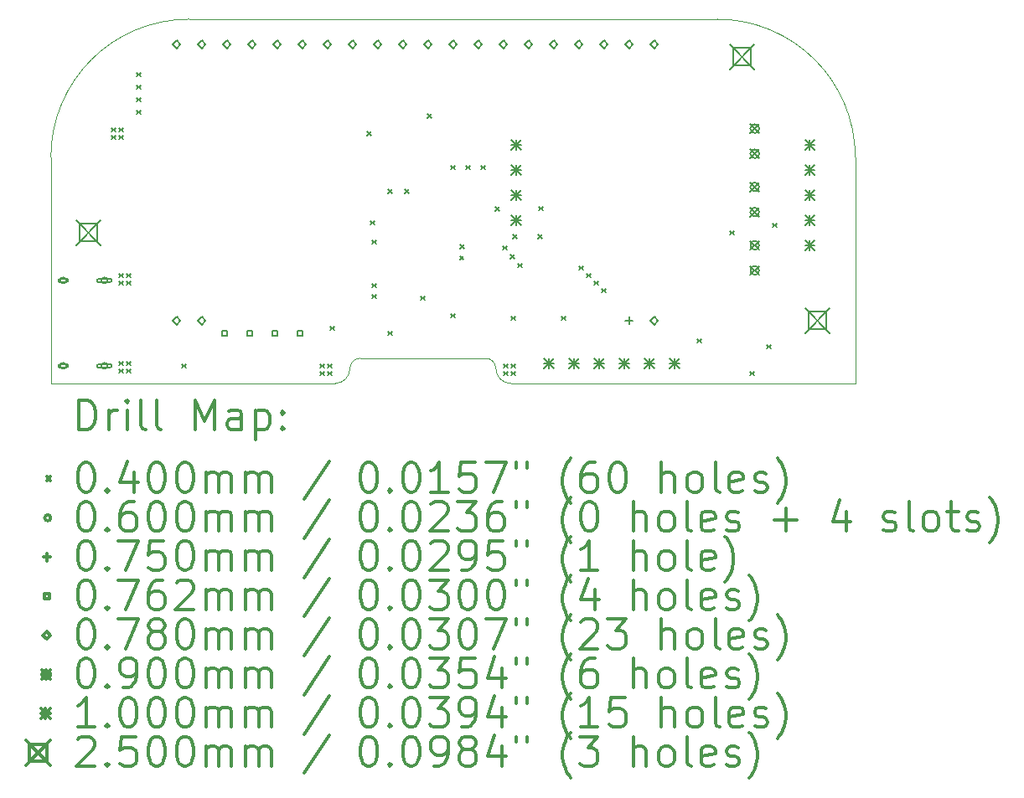
<source format=gbr>
%FSLAX45Y45*%
G04 Gerber Fmt 4.5, Leading zero omitted, Abs format (unit mm)*
G04 Created by KiCad (PCBNEW (5.1.10)-1) date 2021-10-09 13:26:59*
%MOMM*%
%LPD*%
G01*
G04 APERTURE LIST*
%TA.AperFunction,Profile*%
%ADD10C,0.050000*%
%TD*%
%ADD11C,0.200000*%
%ADD12C,0.300000*%
G04 APERTURE END LIST*
D10*
X13792200Y-11938000D02*
X15062200Y-11938000D01*
X13538200Y-12192000D02*
X10668000Y-12192000D01*
X15062200Y-11938000D02*
G75*
G02*
X15163800Y-12039600I0J-101600D01*
G01*
X13690600Y-12039600D02*
G75*
G02*
X13792200Y-11938000I101600J0D01*
G01*
X15316200Y-12192000D02*
G75*
G02*
X15163800Y-12039600I0J152400D01*
G01*
X13690600Y-12039600D02*
G75*
G02*
X13538200Y-12192000I-152400J0D01*
G01*
X17399000Y-8509000D02*
G75*
G02*
X18796000Y-9906000I0J-1397000D01*
G01*
X10668000Y-9906000D02*
G75*
G02*
X12065000Y-8509000I1397000J0D01*
G01*
X17399000Y-8509000D02*
X12065000Y-8509000D01*
X18796000Y-12192000D02*
X18796000Y-9906000D01*
X15316200Y-12192000D02*
X18796000Y-12192000D01*
X10668000Y-9906000D02*
X10668000Y-12192000D01*
D11*
X11283000Y-9606600D02*
X11323000Y-9646600D01*
X11323000Y-9606600D02*
X11283000Y-9646600D01*
X11283000Y-9682800D02*
X11323000Y-9722800D01*
X11323000Y-9682800D02*
X11283000Y-9722800D01*
X11359200Y-9606600D02*
X11399200Y-9646600D01*
X11399200Y-9606600D02*
X11359200Y-9646600D01*
X11359200Y-9682800D02*
X11399200Y-9722800D01*
X11399200Y-9682800D02*
X11359200Y-9722800D01*
X11359200Y-11079800D02*
X11399200Y-11119800D01*
X11399200Y-11079800D02*
X11359200Y-11119800D01*
X11359200Y-11156000D02*
X11399200Y-11196000D01*
X11399200Y-11156000D02*
X11359200Y-11196000D01*
X11359200Y-11968800D02*
X11399200Y-12008800D01*
X11399200Y-11968800D02*
X11359200Y-12008800D01*
X11359200Y-12045000D02*
X11399200Y-12085000D01*
X11399200Y-12045000D02*
X11359200Y-12085000D01*
X11435400Y-11079800D02*
X11475400Y-11119800D01*
X11475400Y-11079800D02*
X11435400Y-11119800D01*
X11435400Y-11156000D02*
X11475400Y-11196000D01*
X11475400Y-11156000D02*
X11435400Y-11196000D01*
X11435400Y-11968800D02*
X11475400Y-12008800D01*
X11475400Y-11968800D02*
X11435400Y-12008800D01*
X11435400Y-12045000D02*
X11475400Y-12085000D01*
X11475400Y-12045000D02*
X11435400Y-12085000D01*
X11537000Y-9047800D02*
X11577000Y-9087800D01*
X11577000Y-9047800D02*
X11537000Y-9087800D01*
X11537000Y-9174800D02*
X11577000Y-9214800D01*
X11577000Y-9174800D02*
X11537000Y-9214800D01*
X11537000Y-9301800D02*
X11577000Y-9341800D01*
X11577000Y-9301800D02*
X11537000Y-9341800D01*
X11537000Y-9428800D02*
X11577000Y-9468800D01*
X11577000Y-9428800D02*
X11537000Y-9468800D01*
X11994200Y-11994200D02*
X12034200Y-12034200D01*
X12034200Y-11994200D02*
X11994200Y-12034200D01*
X13391200Y-11994200D02*
X13431200Y-12034200D01*
X13431200Y-11994200D02*
X13391200Y-12034200D01*
X13391200Y-12070400D02*
X13431200Y-12110400D01*
X13431200Y-12070400D02*
X13391200Y-12110400D01*
X13467400Y-11994200D02*
X13507400Y-12034200D01*
X13507400Y-11994200D02*
X13467400Y-12034200D01*
X13467400Y-12070400D02*
X13507400Y-12110400D01*
X13507400Y-12070400D02*
X13467400Y-12110400D01*
X13492800Y-11613200D02*
X13532800Y-11653200D01*
X13532800Y-11613200D02*
X13492800Y-11653200D01*
X13861100Y-9644700D02*
X13901100Y-9684700D01*
X13901100Y-9644700D02*
X13861100Y-9684700D01*
X13899200Y-10546400D02*
X13939200Y-10586400D01*
X13939200Y-10546400D02*
X13899200Y-10586400D01*
X13915000Y-10741400D02*
X13955000Y-10781400D01*
X13955000Y-10741400D02*
X13915000Y-10781400D01*
X13915000Y-11181400D02*
X13955000Y-11221400D01*
X13955000Y-11181400D02*
X13915000Y-11221400D01*
X13915000Y-11291400D02*
X13955000Y-11331400D01*
X13955000Y-11291400D02*
X13915000Y-11331400D01*
X14077000Y-10228900D02*
X14117000Y-10268900D01*
X14117000Y-10228900D02*
X14077000Y-10268900D01*
X14077000Y-11664000D02*
X14117000Y-11704000D01*
X14117000Y-11664000D02*
X14077000Y-11704000D01*
X14242100Y-10228900D02*
X14282100Y-10268900D01*
X14282100Y-10228900D02*
X14242100Y-10268900D01*
X14407200Y-11308400D02*
X14447200Y-11348400D01*
X14447200Y-11308400D02*
X14407200Y-11348400D01*
X14470700Y-9466900D02*
X14510700Y-9506900D01*
X14510700Y-9466900D02*
X14470700Y-9506900D01*
X14712000Y-9987600D02*
X14752000Y-10027600D01*
X14752000Y-9987600D02*
X14712000Y-10027600D01*
X14712000Y-11486200D02*
X14752000Y-11526200D01*
X14752000Y-11486200D02*
X14712000Y-11526200D01*
X14800000Y-10902000D02*
X14840000Y-10942000D01*
X14840000Y-10902000D02*
X14800000Y-10942000D01*
X14800900Y-10787700D02*
X14840900Y-10827700D01*
X14840900Y-10787700D02*
X14800900Y-10827700D01*
X14864400Y-9987600D02*
X14904400Y-10027600D01*
X14904400Y-9987600D02*
X14864400Y-10027600D01*
X15016800Y-9987600D02*
X15056800Y-10027600D01*
X15056800Y-9987600D02*
X15016800Y-10027600D01*
X15156500Y-10406700D02*
X15196500Y-10446700D01*
X15196500Y-10406700D02*
X15156500Y-10446700D01*
X15232700Y-10800400D02*
X15272700Y-10840400D01*
X15272700Y-10800400D02*
X15232700Y-10840400D01*
X15245400Y-11994200D02*
X15285400Y-12034200D01*
X15285400Y-11994200D02*
X15245400Y-12034200D01*
X15245400Y-12070400D02*
X15285400Y-12110400D01*
X15285400Y-12070400D02*
X15245400Y-12110400D01*
X15308900Y-10889300D02*
X15348900Y-10929300D01*
X15348900Y-10889300D02*
X15308900Y-10929300D01*
X15321600Y-11511600D02*
X15361600Y-11551600D01*
X15361600Y-11511600D02*
X15321600Y-11551600D01*
X15321600Y-11994200D02*
X15361600Y-12034200D01*
X15361600Y-11994200D02*
X15321600Y-12034200D01*
X15321600Y-12070400D02*
X15361600Y-12110400D01*
X15361600Y-12070400D02*
X15321600Y-12110400D01*
X15334300Y-10686100D02*
X15374300Y-10726100D01*
X15374300Y-10686100D02*
X15334300Y-10726100D01*
X15385100Y-10978200D02*
X15425100Y-11018200D01*
X15425100Y-10978200D02*
X15385100Y-11018200D01*
X15588300Y-10686100D02*
X15628300Y-10726100D01*
X15628300Y-10686100D02*
X15588300Y-10726100D01*
X15597800Y-10403500D02*
X15637800Y-10443500D01*
X15637800Y-10403500D02*
X15597800Y-10443500D01*
X15829600Y-11511600D02*
X15869600Y-11551600D01*
X15869600Y-11511600D02*
X15829600Y-11551600D01*
X16007400Y-11003600D02*
X16047400Y-11043600D01*
X16047400Y-11003600D02*
X16007400Y-11043600D01*
X16083600Y-11079800D02*
X16123600Y-11119800D01*
X16123600Y-11079800D02*
X16083600Y-11119800D01*
X16159800Y-11156000D02*
X16199800Y-11196000D01*
X16199800Y-11156000D02*
X16159800Y-11196000D01*
X16236000Y-11232200D02*
X16276000Y-11272200D01*
X16276000Y-11232200D02*
X16236000Y-11272200D01*
X17200000Y-11740000D02*
X17240000Y-11780000D01*
X17240000Y-11740000D02*
X17200000Y-11780000D01*
X17531400Y-10648000D02*
X17571400Y-10688000D01*
X17571400Y-10648000D02*
X17531400Y-10688000D01*
X17730000Y-12070000D02*
X17770000Y-12110000D01*
X17770000Y-12070000D02*
X17730000Y-12110000D01*
X17900000Y-11800000D02*
X17940000Y-11840000D01*
X17940000Y-11800000D02*
X17900000Y-11840000D01*
X17963200Y-10571800D02*
X18003200Y-10611800D01*
X18003200Y-10571800D02*
X17963200Y-10611800D01*
X10821600Y-11150400D02*
G75*
G03*
X10821600Y-11150400I-30000J0D01*
G01*
X10821600Y-11130400D02*
X10761600Y-11130400D01*
X10821600Y-11170400D02*
X10761600Y-11170400D01*
X10761600Y-11130400D02*
G75*
G03*
X10761600Y-11170400I0J-20000D01*
G01*
X10821600Y-11170400D02*
G75*
G03*
X10821600Y-11130400I0J20000D01*
G01*
X10821600Y-12014400D02*
G75*
G03*
X10821600Y-12014400I-30000J0D01*
G01*
X10821600Y-11994400D02*
X10761600Y-11994400D01*
X10821600Y-12034400D02*
X10761600Y-12034400D01*
X10761600Y-11994400D02*
G75*
G03*
X10761600Y-12034400I0J-20000D01*
G01*
X10821600Y-12034400D02*
G75*
G03*
X10821600Y-11994400I0J20000D01*
G01*
X11239600Y-11150400D02*
G75*
G03*
X11239600Y-11150400I-30000J0D01*
G01*
X11264600Y-11130400D02*
X11154600Y-11130400D01*
X11264600Y-11170400D02*
X11154600Y-11170400D01*
X11154600Y-11130400D02*
G75*
G03*
X11154600Y-11170400I0J-20000D01*
G01*
X11264600Y-11170400D02*
G75*
G03*
X11264600Y-11130400I0J20000D01*
G01*
X11239600Y-12014400D02*
G75*
G03*
X11239600Y-12014400I-30000J0D01*
G01*
X11264600Y-11994400D02*
X11154600Y-11994400D01*
X11264600Y-12034400D02*
X11154600Y-12034400D01*
X11154600Y-11994400D02*
G75*
G03*
X11154600Y-12034400I0J-20000D01*
G01*
X11264600Y-12034400D02*
G75*
G03*
X11264600Y-11994400I0J20000D01*
G01*
X16510000Y-11519500D02*
X16510000Y-11594500D01*
X16472500Y-11557000D02*
X16547500Y-11557000D01*
X12447541Y-11710941D02*
X12447541Y-11657059D01*
X12393659Y-11657059D01*
X12393659Y-11710941D01*
X12447541Y-11710941D01*
X12701541Y-11710941D02*
X12701541Y-11657059D01*
X12647659Y-11657059D01*
X12647659Y-11710941D01*
X12701541Y-11710941D01*
X12955541Y-11710941D02*
X12955541Y-11657059D01*
X12901659Y-11657059D01*
X12901659Y-11710941D01*
X12955541Y-11710941D01*
X13209541Y-11710941D02*
X13209541Y-11657059D01*
X13155659Y-11657059D01*
X13155659Y-11710941D01*
X13209541Y-11710941D01*
X11938000Y-8802000D02*
X11977000Y-8763000D01*
X11938000Y-8724000D01*
X11899000Y-8763000D01*
X11938000Y-8802000D01*
X11938000Y-11596000D02*
X11977000Y-11557000D01*
X11938000Y-11518000D01*
X11899000Y-11557000D01*
X11938000Y-11596000D01*
X12192000Y-8802000D02*
X12231000Y-8763000D01*
X12192000Y-8724000D01*
X12153000Y-8763000D01*
X12192000Y-8802000D01*
X12192000Y-11596000D02*
X12231000Y-11557000D01*
X12192000Y-11518000D01*
X12153000Y-11557000D01*
X12192000Y-11596000D01*
X12446000Y-8802000D02*
X12485000Y-8763000D01*
X12446000Y-8724000D01*
X12407000Y-8763000D01*
X12446000Y-8802000D01*
X12700000Y-8802000D02*
X12739000Y-8763000D01*
X12700000Y-8724000D01*
X12661000Y-8763000D01*
X12700000Y-8802000D01*
X12954000Y-8802000D02*
X12993000Y-8763000D01*
X12954000Y-8724000D01*
X12915000Y-8763000D01*
X12954000Y-8802000D01*
X13208000Y-8802000D02*
X13247000Y-8763000D01*
X13208000Y-8724000D01*
X13169000Y-8763000D01*
X13208000Y-8802000D01*
X13462000Y-8802000D02*
X13501000Y-8763000D01*
X13462000Y-8724000D01*
X13423000Y-8763000D01*
X13462000Y-8802000D01*
X13716000Y-8802000D02*
X13755000Y-8763000D01*
X13716000Y-8724000D01*
X13677000Y-8763000D01*
X13716000Y-8802000D01*
X13970000Y-8802000D02*
X14009000Y-8763000D01*
X13970000Y-8724000D01*
X13931000Y-8763000D01*
X13970000Y-8802000D01*
X14224000Y-8802000D02*
X14263000Y-8763000D01*
X14224000Y-8724000D01*
X14185000Y-8763000D01*
X14224000Y-8802000D01*
X14478000Y-8802000D02*
X14517000Y-8763000D01*
X14478000Y-8724000D01*
X14439000Y-8763000D01*
X14478000Y-8802000D01*
X14732000Y-8802000D02*
X14771000Y-8763000D01*
X14732000Y-8724000D01*
X14693000Y-8763000D01*
X14732000Y-8802000D01*
X14986000Y-8802000D02*
X15025000Y-8763000D01*
X14986000Y-8724000D01*
X14947000Y-8763000D01*
X14986000Y-8802000D01*
X15240000Y-8802000D02*
X15279000Y-8763000D01*
X15240000Y-8724000D01*
X15201000Y-8763000D01*
X15240000Y-8802000D01*
X15494000Y-8802000D02*
X15533000Y-8763000D01*
X15494000Y-8724000D01*
X15455000Y-8763000D01*
X15494000Y-8802000D01*
X15748000Y-8802000D02*
X15787000Y-8763000D01*
X15748000Y-8724000D01*
X15709000Y-8763000D01*
X15748000Y-8802000D01*
X16002000Y-8802000D02*
X16041000Y-8763000D01*
X16002000Y-8724000D01*
X15963000Y-8763000D01*
X16002000Y-8802000D01*
X16256000Y-8802000D02*
X16295000Y-8763000D01*
X16256000Y-8724000D01*
X16217000Y-8763000D01*
X16256000Y-8802000D01*
X16510000Y-8802000D02*
X16549000Y-8763000D01*
X16510000Y-8724000D01*
X16471000Y-8763000D01*
X16510000Y-8802000D01*
X16764000Y-8802000D02*
X16803000Y-8763000D01*
X16764000Y-8724000D01*
X16725000Y-8763000D01*
X16764000Y-8802000D01*
X16764000Y-11596000D02*
X16803000Y-11557000D01*
X16764000Y-11518000D01*
X16725000Y-11557000D01*
X16764000Y-11596000D01*
X17735000Y-9570000D02*
X17825000Y-9660000D01*
X17825000Y-9570000D02*
X17735000Y-9660000D01*
X17825000Y-9615000D02*
G75*
G03*
X17825000Y-9615000I-45000J0D01*
G01*
X17735000Y-9824000D02*
X17825000Y-9914000D01*
X17825000Y-9824000D02*
X17735000Y-9914000D01*
X17825000Y-9869000D02*
G75*
G03*
X17825000Y-9869000I-45000J0D01*
G01*
X17735000Y-10160000D02*
X17825000Y-10250000D01*
X17825000Y-10160000D02*
X17735000Y-10250000D01*
X17825000Y-10205000D02*
G75*
G03*
X17825000Y-10205000I-45000J0D01*
G01*
X17735000Y-10414000D02*
X17825000Y-10504000D01*
X17825000Y-10414000D02*
X17735000Y-10504000D01*
X17825000Y-10459000D02*
G75*
G03*
X17825000Y-10459000I-45000J0D01*
G01*
X17735000Y-10750000D02*
X17825000Y-10840000D01*
X17825000Y-10750000D02*
X17735000Y-10840000D01*
X17825000Y-10795000D02*
G75*
G03*
X17825000Y-10795000I-45000J0D01*
G01*
X17735000Y-11004000D02*
X17825000Y-11094000D01*
X17825000Y-11004000D02*
X17735000Y-11094000D01*
X17825000Y-11049000D02*
G75*
G03*
X17825000Y-11049000I-45000J0D01*
G01*
X15317000Y-9729000D02*
X15417000Y-9829000D01*
X15417000Y-9729000D02*
X15317000Y-9829000D01*
X15367000Y-9729000D02*
X15367000Y-9829000D01*
X15317000Y-9779000D02*
X15417000Y-9779000D01*
X15317000Y-9983000D02*
X15417000Y-10083000D01*
X15417000Y-9983000D02*
X15317000Y-10083000D01*
X15367000Y-9983000D02*
X15367000Y-10083000D01*
X15317000Y-10033000D02*
X15417000Y-10033000D01*
X15317000Y-10237000D02*
X15417000Y-10337000D01*
X15417000Y-10237000D02*
X15317000Y-10337000D01*
X15367000Y-10237000D02*
X15367000Y-10337000D01*
X15317000Y-10287000D02*
X15417000Y-10287000D01*
X15317000Y-10491000D02*
X15417000Y-10591000D01*
X15417000Y-10491000D02*
X15317000Y-10591000D01*
X15367000Y-10491000D02*
X15367000Y-10591000D01*
X15317000Y-10541000D02*
X15417000Y-10541000D01*
X15647200Y-11938800D02*
X15747200Y-12038800D01*
X15747200Y-11938800D02*
X15647200Y-12038800D01*
X15697200Y-11938800D02*
X15697200Y-12038800D01*
X15647200Y-11988800D02*
X15747200Y-11988800D01*
X15901200Y-11938800D02*
X16001200Y-12038800D01*
X16001200Y-11938800D02*
X15901200Y-12038800D01*
X15951200Y-11938800D02*
X15951200Y-12038800D01*
X15901200Y-11988800D02*
X16001200Y-11988800D01*
X16155200Y-11938800D02*
X16255200Y-12038800D01*
X16255200Y-11938800D02*
X16155200Y-12038800D01*
X16205200Y-11938800D02*
X16205200Y-12038800D01*
X16155200Y-11988800D02*
X16255200Y-11988800D01*
X16409200Y-11938800D02*
X16509200Y-12038800D01*
X16509200Y-11938800D02*
X16409200Y-12038800D01*
X16459200Y-11938800D02*
X16459200Y-12038800D01*
X16409200Y-11988800D02*
X16509200Y-11988800D01*
X16663200Y-11938800D02*
X16763200Y-12038800D01*
X16763200Y-11938800D02*
X16663200Y-12038800D01*
X16713200Y-11938800D02*
X16713200Y-12038800D01*
X16663200Y-11988800D02*
X16763200Y-11988800D01*
X16917200Y-11938800D02*
X17017200Y-12038800D01*
X17017200Y-11938800D02*
X16917200Y-12038800D01*
X16967200Y-11938800D02*
X16967200Y-12038800D01*
X16917200Y-11988800D02*
X17017200Y-11988800D01*
X18287000Y-9729000D02*
X18387000Y-9829000D01*
X18387000Y-9729000D02*
X18287000Y-9829000D01*
X18337000Y-9729000D02*
X18337000Y-9829000D01*
X18287000Y-9779000D02*
X18387000Y-9779000D01*
X18287000Y-9983000D02*
X18387000Y-10083000D01*
X18387000Y-9983000D02*
X18287000Y-10083000D01*
X18337000Y-9983000D02*
X18337000Y-10083000D01*
X18287000Y-10033000D02*
X18387000Y-10033000D01*
X18287000Y-10237000D02*
X18387000Y-10337000D01*
X18387000Y-10237000D02*
X18287000Y-10337000D01*
X18337000Y-10237000D02*
X18337000Y-10337000D01*
X18287000Y-10287000D02*
X18387000Y-10287000D01*
X18287000Y-10491000D02*
X18387000Y-10591000D01*
X18387000Y-10491000D02*
X18287000Y-10591000D01*
X18337000Y-10491000D02*
X18337000Y-10591000D01*
X18287000Y-10541000D02*
X18387000Y-10541000D01*
X18287000Y-10745000D02*
X18387000Y-10845000D01*
X18387000Y-10745000D02*
X18287000Y-10845000D01*
X18337000Y-10745000D02*
X18337000Y-10845000D01*
X18287000Y-10795000D02*
X18387000Y-10795000D01*
X10924000Y-10543000D02*
X11174000Y-10793000D01*
X11174000Y-10543000D02*
X10924000Y-10793000D01*
X11137389Y-10756389D02*
X11137389Y-10579611D01*
X10960611Y-10579611D01*
X10960611Y-10756389D01*
X11137389Y-10756389D01*
X17528000Y-8765000D02*
X17778000Y-9015000D01*
X17778000Y-8765000D02*
X17528000Y-9015000D01*
X17741389Y-8978389D02*
X17741389Y-8801611D01*
X17564611Y-8801611D01*
X17564611Y-8978389D01*
X17741389Y-8978389D01*
X18290000Y-11432000D02*
X18540000Y-11682000D01*
X18540000Y-11432000D02*
X18290000Y-11682000D01*
X18503389Y-11645389D02*
X18503389Y-11468611D01*
X18326611Y-11468611D01*
X18326611Y-11645389D01*
X18503389Y-11645389D01*
D12*
X10951928Y-12660214D02*
X10951928Y-12360214D01*
X11023357Y-12360214D01*
X11066214Y-12374500D01*
X11094786Y-12403071D01*
X11109071Y-12431643D01*
X11123357Y-12488786D01*
X11123357Y-12531643D01*
X11109071Y-12588786D01*
X11094786Y-12617357D01*
X11066214Y-12645929D01*
X11023357Y-12660214D01*
X10951928Y-12660214D01*
X11251928Y-12660214D02*
X11251928Y-12460214D01*
X11251928Y-12517357D02*
X11266214Y-12488786D01*
X11280500Y-12474500D01*
X11309071Y-12460214D01*
X11337643Y-12460214D01*
X11437643Y-12660214D02*
X11437643Y-12460214D01*
X11437643Y-12360214D02*
X11423357Y-12374500D01*
X11437643Y-12388786D01*
X11451928Y-12374500D01*
X11437643Y-12360214D01*
X11437643Y-12388786D01*
X11623357Y-12660214D02*
X11594786Y-12645929D01*
X11580500Y-12617357D01*
X11580500Y-12360214D01*
X11780500Y-12660214D02*
X11751928Y-12645929D01*
X11737643Y-12617357D01*
X11737643Y-12360214D01*
X12123357Y-12660214D02*
X12123357Y-12360214D01*
X12223357Y-12574500D01*
X12323357Y-12360214D01*
X12323357Y-12660214D01*
X12594786Y-12660214D02*
X12594786Y-12503071D01*
X12580500Y-12474500D01*
X12551928Y-12460214D01*
X12494786Y-12460214D01*
X12466214Y-12474500D01*
X12594786Y-12645929D02*
X12566214Y-12660214D01*
X12494786Y-12660214D01*
X12466214Y-12645929D01*
X12451928Y-12617357D01*
X12451928Y-12588786D01*
X12466214Y-12560214D01*
X12494786Y-12545929D01*
X12566214Y-12545929D01*
X12594786Y-12531643D01*
X12737643Y-12460214D02*
X12737643Y-12760214D01*
X12737643Y-12474500D02*
X12766214Y-12460214D01*
X12823357Y-12460214D01*
X12851928Y-12474500D01*
X12866214Y-12488786D01*
X12880500Y-12517357D01*
X12880500Y-12603071D01*
X12866214Y-12631643D01*
X12851928Y-12645929D01*
X12823357Y-12660214D01*
X12766214Y-12660214D01*
X12737643Y-12645929D01*
X13009071Y-12631643D02*
X13023357Y-12645929D01*
X13009071Y-12660214D01*
X12994786Y-12645929D01*
X13009071Y-12631643D01*
X13009071Y-12660214D01*
X13009071Y-12474500D02*
X13023357Y-12488786D01*
X13009071Y-12503071D01*
X12994786Y-12488786D01*
X13009071Y-12474500D01*
X13009071Y-12503071D01*
X10625500Y-13134500D02*
X10665500Y-13174500D01*
X10665500Y-13134500D02*
X10625500Y-13174500D01*
X11009071Y-12990214D02*
X11037643Y-12990214D01*
X11066214Y-13004500D01*
X11080500Y-13018786D01*
X11094786Y-13047357D01*
X11109071Y-13104500D01*
X11109071Y-13175929D01*
X11094786Y-13233071D01*
X11080500Y-13261643D01*
X11066214Y-13275929D01*
X11037643Y-13290214D01*
X11009071Y-13290214D01*
X10980500Y-13275929D01*
X10966214Y-13261643D01*
X10951928Y-13233071D01*
X10937643Y-13175929D01*
X10937643Y-13104500D01*
X10951928Y-13047357D01*
X10966214Y-13018786D01*
X10980500Y-13004500D01*
X11009071Y-12990214D01*
X11237643Y-13261643D02*
X11251928Y-13275929D01*
X11237643Y-13290214D01*
X11223357Y-13275929D01*
X11237643Y-13261643D01*
X11237643Y-13290214D01*
X11509071Y-13090214D02*
X11509071Y-13290214D01*
X11437643Y-12975929D02*
X11366214Y-13190214D01*
X11551928Y-13190214D01*
X11723357Y-12990214D02*
X11751928Y-12990214D01*
X11780500Y-13004500D01*
X11794786Y-13018786D01*
X11809071Y-13047357D01*
X11823357Y-13104500D01*
X11823357Y-13175929D01*
X11809071Y-13233071D01*
X11794786Y-13261643D01*
X11780500Y-13275929D01*
X11751928Y-13290214D01*
X11723357Y-13290214D01*
X11694786Y-13275929D01*
X11680500Y-13261643D01*
X11666214Y-13233071D01*
X11651928Y-13175929D01*
X11651928Y-13104500D01*
X11666214Y-13047357D01*
X11680500Y-13018786D01*
X11694786Y-13004500D01*
X11723357Y-12990214D01*
X12009071Y-12990214D02*
X12037643Y-12990214D01*
X12066214Y-13004500D01*
X12080500Y-13018786D01*
X12094786Y-13047357D01*
X12109071Y-13104500D01*
X12109071Y-13175929D01*
X12094786Y-13233071D01*
X12080500Y-13261643D01*
X12066214Y-13275929D01*
X12037643Y-13290214D01*
X12009071Y-13290214D01*
X11980500Y-13275929D01*
X11966214Y-13261643D01*
X11951928Y-13233071D01*
X11937643Y-13175929D01*
X11937643Y-13104500D01*
X11951928Y-13047357D01*
X11966214Y-13018786D01*
X11980500Y-13004500D01*
X12009071Y-12990214D01*
X12237643Y-13290214D02*
X12237643Y-13090214D01*
X12237643Y-13118786D02*
X12251928Y-13104500D01*
X12280500Y-13090214D01*
X12323357Y-13090214D01*
X12351928Y-13104500D01*
X12366214Y-13133071D01*
X12366214Y-13290214D01*
X12366214Y-13133071D02*
X12380500Y-13104500D01*
X12409071Y-13090214D01*
X12451928Y-13090214D01*
X12480500Y-13104500D01*
X12494786Y-13133071D01*
X12494786Y-13290214D01*
X12637643Y-13290214D02*
X12637643Y-13090214D01*
X12637643Y-13118786D02*
X12651928Y-13104500D01*
X12680500Y-13090214D01*
X12723357Y-13090214D01*
X12751928Y-13104500D01*
X12766214Y-13133071D01*
X12766214Y-13290214D01*
X12766214Y-13133071D02*
X12780500Y-13104500D01*
X12809071Y-13090214D01*
X12851928Y-13090214D01*
X12880500Y-13104500D01*
X12894786Y-13133071D01*
X12894786Y-13290214D01*
X13480500Y-12975929D02*
X13223357Y-13361643D01*
X13866214Y-12990214D02*
X13894786Y-12990214D01*
X13923357Y-13004500D01*
X13937643Y-13018786D01*
X13951928Y-13047357D01*
X13966214Y-13104500D01*
X13966214Y-13175929D01*
X13951928Y-13233071D01*
X13937643Y-13261643D01*
X13923357Y-13275929D01*
X13894786Y-13290214D01*
X13866214Y-13290214D01*
X13837643Y-13275929D01*
X13823357Y-13261643D01*
X13809071Y-13233071D01*
X13794786Y-13175929D01*
X13794786Y-13104500D01*
X13809071Y-13047357D01*
X13823357Y-13018786D01*
X13837643Y-13004500D01*
X13866214Y-12990214D01*
X14094786Y-13261643D02*
X14109071Y-13275929D01*
X14094786Y-13290214D01*
X14080500Y-13275929D01*
X14094786Y-13261643D01*
X14094786Y-13290214D01*
X14294786Y-12990214D02*
X14323357Y-12990214D01*
X14351928Y-13004500D01*
X14366214Y-13018786D01*
X14380500Y-13047357D01*
X14394786Y-13104500D01*
X14394786Y-13175929D01*
X14380500Y-13233071D01*
X14366214Y-13261643D01*
X14351928Y-13275929D01*
X14323357Y-13290214D01*
X14294786Y-13290214D01*
X14266214Y-13275929D01*
X14251928Y-13261643D01*
X14237643Y-13233071D01*
X14223357Y-13175929D01*
X14223357Y-13104500D01*
X14237643Y-13047357D01*
X14251928Y-13018786D01*
X14266214Y-13004500D01*
X14294786Y-12990214D01*
X14680500Y-13290214D02*
X14509071Y-13290214D01*
X14594786Y-13290214D02*
X14594786Y-12990214D01*
X14566214Y-13033071D01*
X14537643Y-13061643D01*
X14509071Y-13075929D01*
X14951928Y-12990214D02*
X14809071Y-12990214D01*
X14794786Y-13133071D01*
X14809071Y-13118786D01*
X14837643Y-13104500D01*
X14909071Y-13104500D01*
X14937643Y-13118786D01*
X14951928Y-13133071D01*
X14966214Y-13161643D01*
X14966214Y-13233071D01*
X14951928Y-13261643D01*
X14937643Y-13275929D01*
X14909071Y-13290214D01*
X14837643Y-13290214D01*
X14809071Y-13275929D01*
X14794786Y-13261643D01*
X15066214Y-12990214D02*
X15266214Y-12990214D01*
X15137643Y-13290214D01*
X15366214Y-12990214D02*
X15366214Y-13047357D01*
X15480500Y-12990214D02*
X15480500Y-13047357D01*
X15923357Y-13404500D02*
X15909071Y-13390214D01*
X15880500Y-13347357D01*
X15866214Y-13318786D01*
X15851928Y-13275929D01*
X15837643Y-13204500D01*
X15837643Y-13147357D01*
X15851928Y-13075929D01*
X15866214Y-13033071D01*
X15880500Y-13004500D01*
X15909071Y-12961643D01*
X15923357Y-12947357D01*
X16166214Y-12990214D02*
X16109071Y-12990214D01*
X16080500Y-13004500D01*
X16066214Y-13018786D01*
X16037643Y-13061643D01*
X16023357Y-13118786D01*
X16023357Y-13233071D01*
X16037643Y-13261643D01*
X16051928Y-13275929D01*
X16080500Y-13290214D01*
X16137643Y-13290214D01*
X16166214Y-13275929D01*
X16180500Y-13261643D01*
X16194786Y-13233071D01*
X16194786Y-13161643D01*
X16180500Y-13133071D01*
X16166214Y-13118786D01*
X16137643Y-13104500D01*
X16080500Y-13104500D01*
X16051928Y-13118786D01*
X16037643Y-13133071D01*
X16023357Y-13161643D01*
X16380500Y-12990214D02*
X16409071Y-12990214D01*
X16437643Y-13004500D01*
X16451928Y-13018786D01*
X16466214Y-13047357D01*
X16480500Y-13104500D01*
X16480500Y-13175929D01*
X16466214Y-13233071D01*
X16451928Y-13261643D01*
X16437643Y-13275929D01*
X16409071Y-13290214D01*
X16380500Y-13290214D01*
X16351928Y-13275929D01*
X16337643Y-13261643D01*
X16323357Y-13233071D01*
X16309071Y-13175929D01*
X16309071Y-13104500D01*
X16323357Y-13047357D01*
X16337643Y-13018786D01*
X16351928Y-13004500D01*
X16380500Y-12990214D01*
X16837643Y-13290214D02*
X16837643Y-12990214D01*
X16966214Y-13290214D02*
X16966214Y-13133071D01*
X16951928Y-13104500D01*
X16923357Y-13090214D01*
X16880500Y-13090214D01*
X16851928Y-13104500D01*
X16837643Y-13118786D01*
X17151928Y-13290214D02*
X17123357Y-13275929D01*
X17109071Y-13261643D01*
X17094786Y-13233071D01*
X17094786Y-13147357D01*
X17109071Y-13118786D01*
X17123357Y-13104500D01*
X17151928Y-13090214D01*
X17194786Y-13090214D01*
X17223357Y-13104500D01*
X17237643Y-13118786D01*
X17251928Y-13147357D01*
X17251928Y-13233071D01*
X17237643Y-13261643D01*
X17223357Y-13275929D01*
X17194786Y-13290214D01*
X17151928Y-13290214D01*
X17423357Y-13290214D02*
X17394786Y-13275929D01*
X17380500Y-13247357D01*
X17380500Y-12990214D01*
X17651928Y-13275929D02*
X17623357Y-13290214D01*
X17566214Y-13290214D01*
X17537643Y-13275929D01*
X17523357Y-13247357D01*
X17523357Y-13133071D01*
X17537643Y-13104500D01*
X17566214Y-13090214D01*
X17623357Y-13090214D01*
X17651928Y-13104500D01*
X17666214Y-13133071D01*
X17666214Y-13161643D01*
X17523357Y-13190214D01*
X17780500Y-13275929D02*
X17809071Y-13290214D01*
X17866214Y-13290214D01*
X17894786Y-13275929D01*
X17909071Y-13247357D01*
X17909071Y-13233071D01*
X17894786Y-13204500D01*
X17866214Y-13190214D01*
X17823357Y-13190214D01*
X17794786Y-13175929D01*
X17780500Y-13147357D01*
X17780500Y-13133071D01*
X17794786Y-13104500D01*
X17823357Y-13090214D01*
X17866214Y-13090214D01*
X17894786Y-13104500D01*
X18009071Y-13404500D02*
X18023357Y-13390214D01*
X18051928Y-13347357D01*
X18066214Y-13318786D01*
X18080500Y-13275929D01*
X18094786Y-13204500D01*
X18094786Y-13147357D01*
X18080500Y-13075929D01*
X18066214Y-13033071D01*
X18051928Y-13004500D01*
X18023357Y-12961643D01*
X18009071Y-12947357D01*
X10665500Y-13550500D02*
G75*
G03*
X10665500Y-13550500I-30000J0D01*
G01*
X11009071Y-13386214D02*
X11037643Y-13386214D01*
X11066214Y-13400500D01*
X11080500Y-13414786D01*
X11094786Y-13443357D01*
X11109071Y-13500500D01*
X11109071Y-13571929D01*
X11094786Y-13629071D01*
X11080500Y-13657643D01*
X11066214Y-13671929D01*
X11037643Y-13686214D01*
X11009071Y-13686214D01*
X10980500Y-13671929D01*
X10966214Y-13657643D01*
X10951928Y-13629071D01*
X10937643Y-13571929D01*
X10937643Y-13500500D01*
X10951928Y-13443357D01*
X10966214Y-13414786D01*
X10980500Y-13400500D01*
X11009071Y-13386214D01*
X11237643Y-13657643D02*
X11251928Y-13671929D01*
X11237643Y-13686214D01*
X11223357Y-13671929D01*
X11237643Y-13657643D01*
X11237643Y-13686214D01*
X11509071Y-13386214D02*
X11451928Y-13386214D01*
X11423357Y-13400500D01*
X11409071Y-13414786D01*
X11380500Y-13457643D01*
X11366214Y-13514786D01*
X11366214Y-13629071D01*
X11380500Y-13657643D01*
X11394786Y-13671929D01*
X11423357Y-13686214D01*
X11480500Y-13686214D01*
X11509071Y-13671929D01*
X11523357Y-13657643D01*
X11537643Y-13629071D01*
X11537643Y-13557643D01*
X11523357Y-13529071D01*
X11509071Y-13514786D01*
X11480500Y-13500500D01*
X11423357Y-13500500D01*
X11394786Y-13514786D01*
X11380500Y-13529071D01*
X11366214Y-13557643D01*
X11723357Y-13386214D02*
X11751928Y-13386214D01*
X11780500Y-13400500D01*
X11794786Y-13414786D01*
X11809071Y-13443357D01*
X11823357Y-13500500D01*
X11823357Y-13571929D01*
X11809071Y-13629071D01*
X11794786Y-13657643D01*
X11780500Y-13671929D01*
X11751928Y-13686214D01*
X11723357Y-13686214D01*
X11694786Y-13671929D01*
X11680500Y-13657643D01*
X11666214Y-13629071D01*
X11651928Y-13571929D01*
X11651928Y-13500500D01*
X11666214Y-13443357D01*
X11680500Y-13414786D01*
X11694786Y-13400500D01*
X11723357Y-13386214D01*
X12009071Y-13386214D02*
X12037643Y-13386214D01*
X12066214Y-13400500D01*
X12080500Y-13414786D01*
X12094786Y-13443357D01*
X12109071Y-13500500D01*
X12109071Y-13571929D01*
X12094786Y-13629071D01*
X12080500Y-13657643D01*
X12066214Y-13671929D01*
X12037643Y-13686214D01*
X12009071Y-13686214D01*
X11980500Y-13671929D01*
X11966214Y-13657643D01*
X11951928Y-13629071D01*
X11937643Y-13571929D01*
X11937643Y-13500500D01*
X11951928Y-13443357D01*
X11966214Y-13414786D01*
X11980500Y-13400500D01*
X12009071Y-13386214D01*
X12237643Y-13686214D02*
X12237643Y-13486214D01*
X12237643Y-13514786D02*
X12251928Y-13500500D01*
X12280500Y-13486214D01*
X12323357Y-13486214D01*
X12351928Y-13500500D01*
X12366214Y-13529071D01*
X12366214Y-13686214D01*
X12366214Y-13529071D02*
X12380500Y-13500500D01*
X12409071Y-13486214D01*
X12451928Y-13486214D01*
X12480500Y-13500500D01*
X12494786Y-13529071D01*
X12494786Y-13686214D01*
X12637643Y-13686214D02*
X12637643Y-13486214D01*
X12637643Y-13514786D02*
X12651928Y-13500500D01*
X12680500Y-13486214D01*
X12723357Y-13486214D01*
X12751928Y-13500500D01*
X12766214Y-13529071D01*
X12766214Y-13686214D01*
X12766214Y-13529071D02*
X12780500Y-13500500D01*
X12809071Y-13486214D01*
X12851928Y-13486214D01*
X12880500Y-13500500D01*
X12894786Y-13529071D01*
X12894786Y-13686214D01*
X13480500Y-13371929D02*
X13223357Y-13757643D01*
X13866214Y-13386214D02*
X13894786Y-13386214D01*
X13923357Y-13400500D01*
X13937643Y-13414786D01*
X13951928Y-13443357D01*
X13966214Y-13500500D01*
X13966214Y-13571929D01*
X13951928Y-13629071D01*
X13937643Y-13657643D01*
X13923357Y-13671929D01*
X13894786Y-13686214D01*
X13866214Y-13686214D01*
X13837643Y-13671929D01*
X13823357Y-13657643D01*
X13809071Y-13629071D01*
X13794786Y-13571929D01*
X13794786Y-13500500D01*
X13809071Y-13443357D01*
X13823357Y-13414786D01*
X13837643Y-13400500D01*
X13866214Y-13386214D01*
X14094786Y-13657643D02*
X14109071Y-13671929D01*
X14094786Y-13686214D01*
X14080500Y-13671929D01*
X14094786Y-13657643D01*
X14094786Y-13686214D01*
X14294786Y-13386214D02*
X14323357Y-13386214D01*
X14351928Y-13400500D01*
X14366214Y-13414786D01*
X14380500Y-13443357D01*
X14394786Y-13500500D01*
X14394786Y-13571929D01*
X14380500Y-13629071D01*
X14366214Y-13657643D01*
X14351928Y-13671929D01*
X14323357Y-13686214D01*
X14294786Y-13686214D01*
X14266214Y-13671929D01*
X14251928Y-13657643D01*
X14237643Y-13629071D01*
X14223357Y-13571929D01*
X14223357Y-13500500D01*
X14237643Y-13443357D01*
X14251928Y-13414786D01*
X14266214Y-13400500D01*
X14294786Y-13386214D01*
X14509071Y-13414786D02*
X14523357Y-13400500D01*
X14551928Y-13386214D01*
X14623357Y-13386214D01*
X14651928Y-13400500D01*
X14666214Y-13414786D01*
X14680500Y-13443357D01*
X14680500Y-13471929D01*
X14666214Y-13514786D01*
X14494786Y-13686214D01*
X14680500Y-13686214D01*
X14780500Y-13386214D02*
X14966214Y-13386214D01*
X14866214Y-13500500D01*
X14909071Y-13500500D01*
X14937643Y-13514786D01*
X14951928Y-13529071D01*
X14966214Y-13557643D01*
X14966214Y-13629071D01*
X14951928Y-13657643D01*
X14937643Y-13671929D01*
X14909071Y-13686214D01*
X14823357Y-13686214D01*
X14794786Y-13671929D01*
X14780500Y-13657643D01*
X15223357Y-13386214D02*
X15166214Y-13386214D01*
X15137643Y-13400500D01*
X15123357Y-13414786D01*
X15094786Y-13457643D01*
X15080500Y-13514786D01*
X15080500Y-13629071D01*
X15094786Y-13657643D01*
X15109071Y-13671929D01*
X15137643Y-13686214D01*
X15194786Y-13686214D01*
X15223357Y-13671929D01*
X15237643Y-13657643D01*
X15251928Y-13629071D01*
X15251928Y-13557643D01*
X15237643Y-13529071D01*
X15223357Y-13514786D01*
X15194786Y-13500500D01*
X15137643Y-13500500D01*
X15109071Y-13514786D01*
X15094786Y-13529071D01*
X15080500Y-13557643D01*
X15366214Y-13386214D02*
X15366214Y-13443357D01*
X15480500Y-13386214D02*
X15480500Y-13443357D01*
X15923357Y-13800500D02*
X15909071Y-13786214D01*
X15880500Y-13743357D01*
X15866214Y-13714786D01*
X15851928Y-13671929D01*
X15837643Y-13600500D01*
X15837643Y-13543357D01*
X15851928Y-13471929D01*
X15866214Y-13429071D01*
X15880500Y-13400500D01*
X15909071Y-13357643D01*
X15923357Y-13343357D01*
X16094786Y-13386214D02*
X16123357Y-13386214D01*
X16151928Y-13400500D01*
X16166214Y-13414786D01*
X16180500Y-13443357D01*
X16194786Y-13500500D01*
X16194786Y-13571929D01*
X16180500Y-13629071D01*
X16166214Y-13657643D01*
X16151928Y-13671929D01*
X16123357Y-13686214D01*
X16094786Y-13686214D01*
X16066214Y-13671929D01*
X16051928Y-13657643D01*
X16037643Y-13629071D01*
X16023357Y-13571929D01*
X16023357Y-13500500D01*
X16037643Y-13443357D01*
X16051928Y-13414786D01*
X16066214Y-13400500D01*
X16094786Y-13386214D01*
X16551928Y-13686214D02*
X16551928Y-13386214D01*
X16680500Y-13686214D02*
X16680500Y-13529071D01*
X16666214Y-13500500D01*
X16637643Y-13486214D01*
X16594786Y-13486214D01*
X16566214Y-13500500D01*
X16551928Y-13514786D01*
X16866214Y-13686214D02*
X16837643Y-13671929D01*
X16823357Y-13657643D01*
X16809071Y-13629071D01*
X16809071Y-13543357D01*
X16823357Y-13514786D01*
X16837643Y-13500500D01*
X16866214Y-13486214D01*
X16909071Y-13486214D01*
X16937643Y-13500500D01*
X16951928Y-13514786D01*
X16966214Y-13543357D01*
X16966214Y-13629071D01*
X16951928Y-13657643D01*
X16937643Y-13671929D01*
X16909071Y-13686214D01*
X16866214Y-13686214D01*
X17137643Y-13686214D02*
X17109071Y-13671929D01*
X17094786Y-13643357D01*
X17094786Y-13386214D01*
X17366214Y-13671929D02*
X17337643Y-13686214D01*
X17280500Y-13686214D01*
X17251928Y-13671929D01*
X17237643Y-13643357D01*
X17237643Y-13529071D01*
X17251928Y-13500500D01*
X17280500Y-13486214D01*
X17337643Y-13486214D01*
X17366214Y-13500500D01*
X17380500Y-13529071D01*
X17380500Y-13557643D01*
X17237643Y-13586214D01*
X17494786Y-13671929D02*
X17523357Y-13686214D01*
X17580500Y-13686214D01*
X17609071Y-13671929D01*
X17623357Y-13643357D01*
X17623357Y-13629071D01*
X17609071Y-13600500D01*
X17580500Y-13586214D01*
X17537643Y-13586214D01*
X17509071Y-13571929D01*
X17494786Y-13543357D01*
X17494786Y-13529071D01*
X17509071Y-13500500D01*
X17537643Y-13486214D01*
X17580500Y-13486214D01*
X17609071Y-13500500D01*
X17980500Y-13571929D02*
X18209071Y-13571929D01*
X18094786Y-13686214D02*
X18094786Y-13457643D01*
X18709071Y-13486214D02*
X18709071Y-13686214D01*
X18637643Y-13371929D02*
X18566214Y-13586214D01*
X18751928Y-13586214D01*
X19080500Y-13671929D02*
X19109071Y-13686214D01*
X19166214Y-13686214D01*
X19194786Y-13671929D01*
X19209071Y-13643357D01*
X19209071Y-13629071D01*
X19194786Y-13600500D01*
X19166214Y-13586214D01*
X19123357Y-13586214D01*
X19094786Y-13571929D01*
X19080500Y-13543357D01*
X19080500Y-13529071D01*
X19094786Y-13500500D01*
X19123357Y-13486214D01*
X19166214Y-13486214D01*
X19194786Y-13500500D01*
X19380500Y-13686214D02*
X19351928Y-13671929D01*
X19337643Y-13643357D01*
X19337643Y-13386214D01*
X19537643Y-13686214D02*
X19509071Y-13671929D01*
X19494786Y-13657643D01*
X19480500Y-13629071D01*
X19480500Y-13543357D01*
X19494786Y-13514786D01*
X19509071Y-13500500D01*
X19537643Y-13486214D01*
X19580500Y-13486214D01*
X19609071Y-13500500D01*
X19623357Y-13514786D01*
X19637643Y-13543357D01*
X19637643Y-13629071D01*
X19623357Y-13657643D01*
X19609071Y-13671929D01*
X19580500Y-13686214D01*
X19537643Y-13686214D01*
X19723357Y-13486214D02*
X19837643Y-13486214D01*
X19766214Y-13386214D02*
X19766214Y-13643357D01*
X19780500Y-13671929D01*
X19809071Y-13686214D01*
X19837643Y-13686214D01*
X19923357Y-13671929D02*
X19951928Y-13686214D01*
X20009071Y-13686214D01*
X20037643Y-13671929D01*
X20051928Y-13643357D01*
X20051928Y-13629071D01*
X20037643Y-13600500D01*
X20009071Y-13586214D01*
X19966214Y-13586214D01*
X19937643Y-13571929D01*
X19923357Y-13543357D01*
X19923357Y-13529071D01*
X19937643Y-13500500D01*
X19966214Y-13486214D01*
X20009071Y-13486214D01*
X20037643Y-13500500D01*
X20151928Y-13800500D02*
X20166214Y-13786214D01*
X20194786Y-13743357D01*
X20209071Y-13714786D01*
X20223357Y-13671929D01*
X20237643Y-13600500D01*
X20237643Y-13543357D01*
X20223357Y-13471929D01*
X20209071Y-13429071D01*
X20194786Y-13400500D01*
X20166214Y-13357643D01*
X20151928Y-13343357D01*
X10628000Y-13909000D02*
X10628000Y-13984000D01*
X10590500Y-13946500D02*
X10665500Y-13946500D01*
X11009071Y-13782214D02*
X11037643Y-13782214D01*
X11066214Y-13796500D01*
X11080500Y-13810786D01*
X11094786Y-13839357D01*
X11109071Y-13896500D01*
X11109071Y-13967929D01*
X11094786Y-14025071D01*
X11080500Y-14053643D01*
X11066214Y-14067929D01*
X11037643Y-14082214D01*
X11009071Y-14082214D01*
X10980500Y-14067929D01*
X10966214Y-14053643D01*
X10951928Y-14025071D01*
X10937643Y-13967929D01*
X10937643Y-13896500D01*
X10951928Y-13839357D01*
X10966214Y-13810786D01*
X10980500Y-13796500D01*
X11009071Y-13782214D01*
X11237643Y-14053643D02*
X11251928Y-14067929D01*
X11237643Y-14082214D01*
X11223357Y-14067929D01*
X11237643Y-14053643D01*
X11237643Y-14082214D01*
X11351928Y-13782214D02*
X11551928Y-13782214D01*
X11423357Y-14082214D01*
X11809071Y-13782214D02*
X11666214Y-13782214D01*
X11651928Y-13925071D01*
X11666214Y-13910786D01*
X11694786Y-13896500D01*
X11766214Y-13896500D01*
X11794786Y-13910786D01*
X11809071Y-13925071D01*
X11823357Y-13953643D01*
X11823357Y-14025071D01*
X11809071Y-14053643D01*
X11794786Y-14067929D01*
X11766214Y-14082214D01*
X11694786Y-14082214D01*
X11666214Y-14067929D01*
X11651928Y-14053643D01*
X12009071Y-13782214D02*
X12037643Y-13782214D01*
X12066214Y-13796500D01*
X12080500Y-13810786D01*
X12094786Y-13839357D01*
X12109071Y-13896500D01*
X12109071Y-13967929D01*
X12094786Y-14025071D01*
X12080500Y-14053643D01*
X12066214Y-14067929D01*
X12037643Y-14082214D01*
X12009071Y-14082214D01*
X11980500Y-14067929D01*
X11966214Y-14053643D01*
X11951928Y-14025071D01*
X11937643Y-13967929D01*
X11937643Y-13896500D01*
X11951928Y-13839357D01*
X11966214Y-13810786D01*
X11980500Y-13796500D01*
X12009071Y-13782214D01*
X12237643Y-14082214D02*
X12237643Y-13882214D01*
X12237643Y-13910786D02*
X12251928Y-13896500D01*
X12280500Y-13882214D01*
X12323357Y-13882214D01*
X12351928Y-13896500D01*
X12366214Y-13925071D01*
X12366214Y-14082214D01*
X12366214Y-13925071D02*
X12380500Y-13896500D01*
X12409071Y-13882214D01*
X12451928Y-13882214D01*
X12480500Y-13896500D01*
X12494786Y-13925071D01*
X12494786Y-14082214D01*
X12637643Y-14082214D02*
X12637643Y-13882214D01*
X12637643Y-13910786D02*
X12651928Y-13896500D01*
X12680500Y-13882214D01*
X12723357Y-13882214D01*
X12751928Y-13896500D01*
X12766214Y-13925071D01*
X12766214Y-14082214D01*
X12766214Y-13925071D02*
X12780500Y-13896500D01*
X12809071Y-13882214D01*
X12851928Y-13882214D01*
X12880500Y-13896500D01*
X12894786Y-13925071D01*
X12894786Y-14082214D01*
X13480500Y-13767929D02*
X13223357Y-14153643D01*
X13866214Y-13782214D02*
X13894786Y-13782214D01*
X13923357Y-13796500D01*
X13937643Y-13810786D01*
X13951928Y-13839357D01*
X13966214Y-13896500D01*
X13966214Y-13967929D01*
X13951928Y-14025071D01*
X13937643Y-14053643D01*
X13923357Y-14067929D01*
X13894786Y-14082214D01*
X13866214Y-14082214D01*
X13837643Y-14067929D01*
X13823357Y-14053643D01*
X13809071Y-14025071D01*
X13794786Y-13967929D01*
X13794786Y-13896500D01*
X13809071Y-13839357D01*
X13823357Y-13810786D01*
X13837643Y-13796500D01*
X13866214Y-13782214D01*
X14094786Y-14053643D02*
X14109071Y-14067929D01*
X14094786Y-14082214D01*
X14080500Y-14067929D01*
X14094786Y-14053643D01*
X14094786Y-14082214D01*
X14294786Y-13782214D02*
X14323357Y-13782214D01*
X14351928Y-13796500D01*
X14366214Y-13810786D01*
X14380500Y-13839357D01*
X14394786Y-13896500D01*
X14394786Y-13967929D01*
X14380500Y-14025071D01*
X14366214Y-14053643D01*
X14351928Y-14067929D01*
X14323357Y-14082214D01*
X14294786Y-14082214D01*
X14266214Y-14067929D01*
X14251928Y-14053643D01*
X14237643Y-14025071D01*
X14223357Y-13967929D01*
X14223357Y-13896500D01*
X14237643Y-13839357D01*
X14251928Y-13810786D01*
X14266214Y-13796500D01*
X14294786Y-13782214D01*
X14509071Y-13810786D02*
X14523357Y-13796500D01*
X14551928Y-13782214D01*
X14623357Y-13782214D01*
X14651928Y-13796500D01*
X14666214Y-13810786D01*
X14680500Y-13839357D01*
X14680500Y-13867929D01*
X14666214Y-13910786D01*
X14494786Y-14082214D01*
X14680500Y-14082214D01*
X14823357Y-14082214D02*
X14880500Y-14082214D01*
X14909071Y-14067929D01*
X14923357Y-14053643D01*
X14951928Y-14010786D01*
X14966214Y-13953643D01*
X14966214Y-13839357D01*
X14951928Y-13810786D01*
X14937643Y-13796500D01*
X14909071Y-13782214D01*
X14851928Y-13782214D01*
X14823357Y-13796500D01*
X14809071Y-13810786D01*
X14794786Y-13839357D01*
X14794786Y-13910786D01*
X14809071Y-13939357D01*
X14823357Y-13953643D01*
X14851928Y-13967929D01*
X14909071Y-13967929D01*
X14937643Y-13953643D01*
X14951928Y-13939357D01*
X14966214Y-13910786D01*
X15237643Y-13782214D02*
X15094786Y-13782214D01*
X15080500Y-13925071D01*
X15094786Y-13910786D01*
X15123357Y-13896500D01*
X15194786Y-13896500D01*
X15223357Y-13910786D01*
X15237643Y-13925071D01*
X15251928Y-13953643D01*
X15251928Y-14025071D01*
X15237643Y-14053643D01*
X15223357Y-14067929D01*
X15194786Y-14082214D01*
X15123357Y-14082214D01*
X15094786Y-14067929D01*
X15080500Y-14053643D01*
X15366214Y-13782214D02*
X15366214Y-13839357D01*
X15480500Y-13782214D02*
X15480500Y-13839357D01*
X15923357Y-14196500D02*
X15909071Y-14182214D01*
X15880500Y-14139357D01*
X15866214Y-14110786D01*
X15851928Y-14067929D01*
X15837643Y-13996500D01*
X15837643Y-13939357D01*
X15851928Y-13867929D01*
X15866214Y-13825071D01*
X15880500Y-13796500D01*
X15909071Y-13753643D01*
X15923357Y-13739357D01*
X16194786Y-14082214D02*
X16023357Y-14082214D01*
X16109071Y-14082214D02*
X16109071Y-13782214D01*
X16080500Y-13825071D01*
X16051928Y-13853643D01*
X16023357Y-13867929D01*
X16551928Y-14082214D02*
X16551928Y-13782214D01*
X16680500Y-14082214D02*
X16680500Y-13925071D01*
X16666214Y-13896500D01*
X16637643Y-13882214D01*
X16594786Y-13882214D01*
X16566214Y-13896500D01*
X16551928Y-13910786D01*
X16866214Y-14082214D02*
X16837643Y-14067929D01*
X16823357Y-14053643D01*
X16809071Y-14025071D01*
X16809071Y-13939357D01*
X16823357Y-13910786D01*
X16837643Y-13896500D01*
X16866214Y-13882214D01*
X16909071Y-13882214D01*
X16937643Y-13896500D01*
X16951928Y-13910786D01*
X16966214Y-13939357D01*
X16966214Y-14025071D01*
X16951928Y-14053643D01*
X16937643Y-14067929D01*
X16909071Y-14082214D01*
X16866214Y-14082214D01*
X17137643Y-14082214D02*
X17109071Y-14067929D01*
X17094786Y-14039357D01*
X17094786Y-13782214D01*
X17366214Y-14067929D02*
X17337643Y-14082214D01*
X17280500Y-14082214D01*
X17251928Y-14067929D01*
X17237643Y-14039357D01*
X17237643Y-13925071D01*
X17251928Y-13896500D01*
X17280500Y-13882214D01*
X17337643Y-13882214D01*
X17366214Y-13896500D01*
X17380500Y-13925071D01*
X17380500Y-13953643D01*
X17237643Y-13982214D01*
X17480500Y-14196500D02*
X17494786Y-14182214D01*
X17523357Y-14139357D01*
X17537643Y-14110786D01*
X17551928Y-14067929D01*
X17566214Y-13996500D01*
X17566214Y-13939357D01*
X17551928Y-13867929D01*
X17537643Y-13825071D01*
X17523357Y-13796500D01*
X17494786Y-13753643D01*
X17480500Y-13739357D01*
X10654341Y-14369441D02*
X10654341Y-14315559D01*
X10600459Y-14315559D01*
X10600459Y-14369441D01*
X10654341Y-14369441D01*
X11009071Y-14178214D02*
X11037643Y-14178214D01*
X11066214Y-14192500D01*
X11080500Y-14206786D01*
X11094786Y-14235357D01*
X11109071Y-14292500D01*
X11109071Y-14363929D01*
X11094786Y-14421071D01*
X11080500Y-14449643D01*
X11066214Y-14463929D01*
X11037643Y-14478214D01*
X11009071Y-14478214D01*
X10980500Y-14463929D01*
X10966214Y-14449643D01*
X10951928Y-14421071D01*
X10937643Y-14363929D01*
X10937643Y-14292500D01*
X10951928Y-14235357D01*
X10966214Y-14206786D01*
X10980500Y-14192500D01*
X11009071Y-14178214D01*
X11237643Y-14449643D02*
X11251928Y-14463929D01*
X11237643Y-14478214D01*
X11223357Y-14463929D01*
X11237643Y-14449643D01*
X11237643Y-14478214D01*
X11351928Y-14178214D02*
X11551928Y-14178214D01*
X11423357Y-14478214D01*
X11794786Y-14178214D02*
X11737643Y-14178214D01*
X11709071Y-14192500D01*
X11694786Y-14206786D01*
X11666214Y-14249643D01*
X11651928Y-14306786D01*
X11651928Y-14421071D01*
X11666214Y-14449643D01*
X11680500Y-14463929D01*
X11709071Y-14478214D01*
X11766214Y-14478214D01*
X11794786Y-14463929D01*
X11809071Y-14449643D01*
X11823357Y-14421071D01*
X11823357Y-14349643D01*
X11809071Y-14321071D01*
X11794786Y-14306786D01*
X11766214Y-14292500D01*
X11709071Y-14292500D01*
X11680500Y-14306786D01*
X11666214Y-14321071D01*
X11651928Y-14349643D01*
X11937643Y-14206786D02*
X11951928Y-14192500D01*
X11980500Y-14178214D01*
X12051928Y-14178214D01*
X12080500Y-14192500D01*
X12094786Y-14206786D01*
X12109071Y-14235357D01*
X12109071Y-14263929D01*
X12094786Y-14306786D01*
X11923357Y-14478214D01*
X12109071Y-14478214D01*
X12237643Y-14478214D02*
X12237643Y-14278214D01*
X12237643Y-14306786D02*
X12251928Y-14292500D01*
X12280500Y-14278214D01*
X12323357Y-14278214D01*
X12351928Y-14292500D01*
X12366214Y-14321071D01*
X12366214Y-14478214D01*
X12366214Y-14321071D02*
X12380500Y-14292500D01*
X12409071Y-14278214D01*
X12451928Y-14278214D01*
X12480500Y-14292500D01*
X12494786Y-14321071D01*
X12494786Y-14478214D01*
X12637643Y-14478214D02*
X12637643Y-14278214D01*
X12637643Y-14306786D02*
X12651928Y-14292500D01*
X12680500Y-14278214D01*
X12723357Y-14278214D01*
X12751928Y-14292500D01*
X12766214Y-14321071D01*
X12766214Y-14478214D01*
X12766214Y-14321071D02*
X12780500Y-14292500D01*
X12809071Y-14278214D01*
X12851928Y-14278214D01*
X12880500Y-14292500D01*
X12894786Y-14321071D01*
X12894786Y-14478214D01*
X13480500Y-14163929D02*
X13223357Y-14549643D01*
X13866214Y-14178214D02*
X13894786Y-14178214D01*
X13923357Y-14192500D01*
X13937643Y-14206786D01*
X13951928Y-14235357D01*
X13966214Y-14292500D01*
X13966214Y-14363929D01*
X13951928Y-14421071D01*
X13937643Y-14449643D01*
X13923357Y-14463929D01*
X13894786Y-14478214D01*
X13866214Y-14478214D01*
X13837643Y-14463929D01*
X13823357Y-14449643D01*
X13809071Y-14421071D01*
X13794786Y-14363929D01*
X13794786Y-14292500D01*
X13809071Y-14235357D01*
X13823357Y-14206786D01*
X13837643Y-14192500D01*
X13866214Y-14178214D01*
X14094786Y-14449643D02*
X14109071Y-14463929D01*
X14094786Y-14478214D01*
X14080500Y-14463929D01*
X14094786Y-14449643D01*
X14094786Y-14478214D01*
X14294786Y-14178214D02*
X14323357Y-14178214D01*
X14351928Y-14192500D01*
X14366214Y-14206786D01*
X14380500Y-14235357D01*
X14394786Y-14292500D01*
X14394786Y-14363929D01*
X14380500Y-14421071D01*
X14366214Y-14449643D01*
X14351928Y-14463929D01*
X14323357Y-14478214D01*
X14294786Y-14478214D01*
X14266214Y-14463929D01*
X14251928Y-14449643D01*
X14237643Y-14421071D01*
X14223357Y-14363929D01*
X14223357Y-14292500D01*
X14237643Y-14235357D01*
X14251928Y-14206786D01*
X14266214Y-14192500D01*
X14294786Y-14178214D01*
X14494786Y-14178214D02*
X14680500Y-14178214D01*
X14580500Y-14292500D01*
X14623357Y-14292500D01*
X14651928Y-14306786D01*
X14666214Y-14321071D01*
X14680500Y-14349643D01*
X14680500Y-14421071D01*
X14666214Y-14449643D01*
X14651928Y-14463929D01*
X14623357Y-14478214D01*
X14537643Y-14478214D01*
X14509071Y-14463929D01*
X14494786Y-14449643D01*
X14866214Y-14178214D02*
X14894786Y-14178214D01*
X14923357Y-14192500D01*
X14937643Y-14206786D01*
X14951928Y-14235357D01*
X14966214Y-14292500D01*
X14966214Y-14363929D01*
X14951928Y-14421071D01*
X14937643Y-14449643D01*
X14923357Y-14463929D01*
X14894786Y-14478214D01*
X14866214Y-14478214D01*
X14837643Y-14463929D01*
X14823357Y-14449643D01*
X14809071Y-14421071D01*
X14794786Y-14363929D01*
X14794786Y-14292500D01*
X14809071Y-14235357D01*
X14823357Y-14206786D01*
X14837643Y-14192500D01*
X14866214Y-14178214D01*
X15151928Y-14178214D02*
X15180500Y-14178214D01*
X15209071Y-14192500D01*
X15223357Y-14206786D01*
X15237643Y-14235357D01*
X15251928Y-14292500D01*
X15251928Y-14363929D01*
X15237643Y-14421071D01*
X15223357Y-14449643D01*
X15209071Y-14463929D01*
X15180500Y-14478214D01*
X15151928Y-14478214D01*
X15123357Y-14463929D01*
X15109071Y-14449643D01*
X15094786Y-14421071D01*
X15080500Y-14363929D01*
X15080500Y-14292500D01*
X15094786Y-14235357D01*
X15109071Y-14206786D01*
X15123357Y-14192500D01*
X15151928Y-14178214D01*
X15366214Y-14178214D02*
X15366214Y-14235357D01*
X15480500Y-14178214D02*
X15480500Y-14235357D01*
X15923357Y-14592500D02*
X15909071Y-14578214D01*
X15880500Y-14535357D01*
X15866214Y-14506786D01*
X15851928Y-14463929D01*
X15837643Y-14392500D01*
X15837643Y-14335357D01*
X15851928Y-14263929D01*
X15866214Y-14221071D01*
X15880500Y-14192500D01*
X15909071Y-14149643D01*
X15923357Y-14135357D01*
X16166214Y-14278214D02*
X16166214Y-14478214D01*
X16094786Y-14163929D02*
X16023357Y-14378214D01*
X16209071Y-14378214D01*
X16551928Y-14478214D02*
X16551928Y-14178214D01*
X16680500Y-14478214D02*
X16680500Y-14321071D01*
X16666214Y-14292500D01*
X16637643Y-14278214D01*
X16594786Y-14278214D01*
X16566214Y-14292500D01*
X16551928Y-14306786D01*
X16866214Y-14478214D02*
X16837643Y-14463929D01*
X16823357Y-14449643D01*
X16809071Y-14421071D01*
X16809071Y-14335357D01*
X16823357Y-14306786D01*
X16837643Y-14292500D01*
X16866214Y-14278214D01*
X16909071Y-14278214D01*
X16937643Y-14292500D01*
X16951928Y-14306786D01*
X16966214Y-14335357D01*
X16966214Y-14421071D01*
X16951928Y-14449643D01*
X16937643Y-14463929D01*
X16909071Y-14478214D01*
X16866214Y-14478214D01*
X17137643Y-14478214D02*
X17109071Y-14463929D01*
X17094786Y-14435357D01*
X17094786Y-14178214D01*
X17366214Y-14463929D02*
X17337643Y-14478214D01*
X17280500Y-14478214D01*
X17251928Y-14463929D01*
X17237643Y-14435357D01*
X17237643Y-14321071D01*
X17251928Y-14292500D01*
X17280500Y-14278214D01*
X17337643Y-14278214D01*
X17366214Y-14292500D01*
X17380500Y-14321071D01*
X17380500Y-14349643D01*
X17237643Y-14378214D01*
X17494786Y-14463929D02*
X17523357Y-14478214D01*
X17580500Y-14478214D01*
X17609071Y-14463929D01*
X17623357Y-14435357D01*
X17623357Y-14421071D01*
X17609071Y-14392500D01*
X17580500Y-14378214D01*
X17537643Y-14378214D01*
X17509071Y-14363929D01*
X17494786Y-14335357D01*
X17494786Y-14321071D01*
X17509071Y-14292500D01*
X17537643Y-14278214D01*
X17580500Y-14278214D01*
X17609071Y-14292500D01*
X17723357Y-14592500D02*
X17737643Y-14578214D01*
X17766214Y-14535357D01*
X17780500Y-14506786D01*
X17794786Y-14463929D01*
X17809071Y-14392500D01*
X17809071Y-14335357D01*
X17794786Y-14263929D01*
X17780500Y-14221071D01*
X17766214Y-14192500D01*
X17737643Y-14149643D01*
X17723357Y-14135357D01*
X10626500Y-14777500D02*
X10665500Y-14738500D01*
X10626500Y-14699500D01*
X10587500Y-14738500D01*
X10626500Y-14777500D01*
X11009071Y-14574214D02*
X11037643Y-14574214D01*
X11066214Y-14588500D01*
X11080500Y-14602786D01*
X11094786Y-14631357D01*
X11109071Y-14688500D01*
X11109071Y-14759929D01*
X11094786Y-14817071D01*
X11080500Y-14845643D01*
X11066214Y-14859929D01*
X11037643Y-14874214D01*
X11009071Y-14874214D01*
X10980500Y-14859929D01*
X10966214Y-14845643D01*
X10951928Y-14817071D01*
X10937643Y-14759929D01*
X10937643Y-14688500D01*
X10951928Y-14631357D01*
X10966214Y-14602786D01*
X10980500Y-14588500D01*
X11009071Y-14574214D01*
X11237643Y-14845643D02*
X11251928Y-14859929D01*
X11237643Y-14874214D01*
X11223357Y-14859929D01*
X11237643Y-14845643D01*
X11237643Y-14874214D01*
X11351928Y-14574214D02*
X11551928Y-14574214D01*
X11423357Y-14874214D01*
X11709071Y-14702786D02*
X11680500Y-14688500D01*
X11666214Y-14674214D01*
X11651928Y-14645643D01*
X11651928Y-14631357D01*
X11666214Y-14602786D01*
X11680500Y-14588500D01*
X11709071Y-14574214D01*
X11766214Y-14574214D01*
X11794786Y-14588500D01*
X11809071Y-14602786D01*
X11823357Y-14631357D01*
X11823357Y-14645643D01*
X11809071Y-14674214D01*
X11794786Y-14688500D01*
X11766214Y-14702786D01*
X11709071Y-14702786D01*
X11680500Y-14717071D01*
X11666214Y-14731357D01*
X11651928Y-14759929D01*
X11651928Y-14817071D01*
X11666214Y-14845643D01*
X11680500Y-14859929D01*
X11709071Y-14874214D01*
X11766214Y-14874214D01*
X11794786Y-14859929D01*
X11809071Y-14845643D01*
X11823357Y-14817071D01*
X11823357Y-14759929D01*
X11809071Y-14731357D01*
X11794786Y-14717071D01*
X11766214Y-14702786D01*
X12009071Y-14574214D02*
X12037643Y-14574214D01*
X12066214Y-14588500D01*
X12080500Y-14602786D01*
X12094786Y-14631357D01*
X12109071Y-14688500D01*
X12109071Y-14759929D01*
X12094786Y-14817071D01*
X12080500Y-14845643D01*
X12066214Y-14859929D01*
X12037643Y-14874214D01*
X12009071Y-14874214D01*
X11980500Y-14859929D01*
X11966214Y-14845643D01*
X11951928Y-14817071D01*
X11937643Y-14759929D01*
X11937643Y-14688500D01*
X11951928Y-14631357D01*
X11966214Y-14602786D01*
X11980500Y-14588500D01*
X12009071Y-14574214D01*
X12237643Y-14874214D02*
X12237643Y-14674214D01*
X12237643Y-14702786D02*
X12251928Y-14688500D01*
X12280500Y-14674214D01*
X12323357Y-14674214D01*
X12351928Y-14688500D01*
X12366214Y-14717071D01*
X12366214Y-14874214D01*
X12366214Y-14717071D02*
X12380500Y-14688500D01*
X12409071Y-14674214D01*
X12451928Y-14674214D01*
X12480500Y-14688500D01*
X12494786Y-14717071D01*
X12494786Y-14874214D01*
X12637643Y-14874214D02*
X12637643Y-14674214D01*
X12637643Y-14702786D02*
X12651928Y-14688500D01*
X12680500Y-14674214D01*
X12723357Y-14674214D01*
X12751928Y-14688500D01*
X12766214Y-14717071D01*
X12766214Y-14874214D01*
X12766214Y-14717071D02*
X12780500Y-14688500D01*
X12809071Y-14674214D01*
X12851928Y-14674214D01*
X12880500Y-14688500D01*
X12894786Y-14717071D01*
X12894786Y-14874214D01*
X13480500Y-14559929D02*
X13223357Y-14945643D01*
X13866214Y-14574214D02*
X13894786Y-14574214D01*
X13923357Y-14588500D01*
X13937643Y-14602786D01*
X13951928Y-14631357D01*
X13966214Y-14688500D01*
X13966214Y-14759929D01*
X13951928Y-14817071D01*
X13937643Y-14845643D01*
X13923357Y-14859929D01*
X13894786Y-14874214D01*
X13866214Y-14874214D01*
X13837643Y-14859929D01*
X13823357Y-14845643D01*
X13809071Y-14817071D01*
X13794786Y-14759929D01*
X13794786Y-14688500D01*
X13809071Y-14631357D01*
X13823357Y-14602786D01*
X13837643Y-14588500D01*
X13866214Y-14574214D01*
X14094786Y-14845643D02*
X14109071Y-14859929D01*
X14094786Y-14874214D01*
X14080500Y-14859929D01*
X14094786Y-14845643D01*
X14094786Y-14874214D01*
X14294786Y-14574214D02*
X14323357Y-14574214D01*
X14351928Y-14588500D01*
X14366214Y-14602786D01*
X14380500Y-14631357D01*
X14394786Y-14688500D01*
X14394786Y-14759929D01*
X14380500Y-14817071D01*
X14366214Y-14845643D01*
X14351928Y-14859929D01*
X14323357Y-14874214D01*
X14294786Y-14874214D01*
X14266214Y-14859929D01*
X14251928Y-14845643D01*
X14237643Y-14817071D01*
X14223357Y-14759929D01*
X14223357Y-14688500D01*
X14237643Y-14631357D01*
X14251928Y-14602786D01*
X14266214Y-14588500D01*
X14294786Y-14574214D01*
X14494786Y-14574214D02*
X14680500Y-14574214D01*
X14580500Y-14688500D01*
X14623357Y-14688500D01*
X14651928Y-14702786D01*
X14666214Y-14717071D01*
X14680500Y-14745643D01*
X14680500Y-14817071D01*
X14666214Y-14845643D01*
X14651928Y-14859929D01*
X14623357Y-14874214D01*
X14537643Y-14874214D01*
X14509071Y-14859929D01*
X14494786Y-14845643D01*
X14866214Y-14574214D02*
X14894786Y-14574214D01*
X14923357Y-14588500D01*
X14937643Y-14602786D01*
X14951928Y-14631357D01*
X14966214Y-14688500D01*
X14966214Y-14759929D01*
X14951928Y-14817071D01*
X14937643Y-14845643D01*
X14923357Y-14859929D01*
X14894786Y-14874214D01*
X14866214Y-14874214D01*
X14837643Y-14859929D01*
X14823357Y-14845643D01*
X14809071Y-14817071D01*
X14794786Y-14759929D01*
X14794786Y-14688500D01*
X14809071Y-14631357D01*
X14823357Y-14602786D01*
X14837643Y-14588500D01*
X14866214Y-14574214D01*
X15066214Y-14574214D02*
X15266214Y-14574214D01*
X15137643Y-14874214D01*
X15366214Y-14574214D02*
X15366214Y-14631357D01*
X15480500Y-14574214D02*
X15480500Y-14631357D01*
X15923357Y-14988500D02*
X15909071Y-14974214D01*
X15880500Y-14931357D01*
X15866214Y-14902786D01*
X15851928Y-14859929D01*
X15837643Y-14788500D01*
X15837643Y-14731357D01*
X15851928Y-14659929D01*
X15866214Y-14617071D01*
X15880500Y-14588500D01*
X15909071Y-14545643D01*
X15923357Y-14531357D01*
X16023357Y-14602786D02*
X16037643Y-14588500D01*
X16066214Y-14574214D01*
X16137643Y-14574214D01*
X16166214Y-14588500D01*
X16180500Y-14602786D01*
X16194786Y-14631357D01*
X16194786Y-14659929D01*
X16180500Y-14702786D01*
X16009071Y-14874214D01*
X16194786Y-14874214D01*
X16294786Y-14574214D02*
X16480500Y-14574214D01*
X16380500Y-14688500D01*
X16423357Y-14688500D01*
X16451928Y-14702786D01*
X16466214Y-14717071D01*
X16480500Y-14745643D01*
X16480500Y-14817071D01*
X16466214Y-14845643D01*
X16451928Y-14859929D01*
X16423357Y-14874214D01*
X16337643Y-14874214D01*
X16309071Y-14859929D01*
X16294786Y-14845643D01*
X16837643Y-14874214D02*
X16837643Y-14574214D01*
X16966214Y-14874214D02*
X16966214Y-14717071D01*
X16951928Y-14688500D01*
X16923357Y-14674214D01*
X16880500Y-14674214D01*
X16851928Y-14688500D01*
X16837643Y-14702786D01*
X17151928Y-14874214D02*
X17123357Y-14859929D01*
X17109071Y-14845643D01*
X17094786Y-14817071D01*
X17094786Y-14731357D01*
X17109071Y-14702786D01*
X17123357Y-14688500D01*
X17151928Y-14674214D01*
X17194786Y-14674214D01*
X17223357Y-14688500D01*
X17237643Y-14702786D01*
X17251928Y-14731357D01*
X17251928Y-14817071D01*
X17237643Y-14845643D01*
X17223357Y-14859929D01*
X17194786Y-14874214D01*
X17151928Y-14874214D01*
X17423357Y-14874214D02*
X17394786Y-14859929D01*
X17380500Y-14831357D01*
X17380500Y-14574214D01*
X17651928Y-14859929D02*
X17623357Y-14874214D01*
X17566214Y-14874214D01*
X17537643Y-14859929D01*
X17523357Y-14831357D01*
X17523357Y-14717071D01*
X17537643Y-14688500D01*
X17566214Y-14674214D01*
X17623357Y-14674214D01*
X17651928Y-14688500D01*
X17666214Y-14717071D01*
X17666214Y-14745643D01*
X17523357Y-14774214D01*
X17780500Y-14859929D02*
X17809071Y-14874214D01*
X17866214Y-14874214D01*
X17894786Y-14859929D01*
X17909071Y-14831357D01*
X17909071Y-14817071D01*
X17894786Y-14788500D01*
X17866214Y-14774214D01*
X17823357Y-14774214D01*
X17794786Y-14759929D01*
X17780500Y-14731357D01*
X17780500Y-14717071D01*
X17794786Y-14688500D01*
X17823357Y-14674214D01*
X17866214Y-14674214D01*
X17894786Y-14688500D01*
X18009071Y-14988500D02*
X18023357Y-14974214D01*
X18051928Y-14931357D01*
X18066214Y-14902786D01*
X18080500Y-14859929D01*
X18094786Y-14788500D01*
X18094786Y-14731357D01*
X18080500Y-14659929D01*
X18066214Y-14617071D01*
X18051928Y-14588500D01*
X18023357Y-14545643D01*
X18009071Y-14531357D01*
X10575500Y-15089500D02*
X10665500Y-15179500D01*
X10665500Y-15089500D02*
X10575500Y-15179500D01*
X10665500Y-15134500D02*
G75*
G03*
X10665500Y-15134500I-45000J0D01*
G01*
X11009071Y-14970214D02*
X11037643Y-14970214D01*
X11066214Y-14984500D01*
X11080500Y-14998786D01*
X11094786Y-15027357D01*
X11109071Y-15084500D01*
X11109071Y-15155929D01*
X11094786Y-15213071D01*
X11080500Y-15241643D01*
X11066214Y-15255929D01*
X11037643Y-15270214D01*
X11009071Y-15270214D01*
X10980500Y-15255929D01*
X10966214Y-15241643D01*
X10951928Y-15213071D01*
X10937643Y-15155929D01*
X10937643Y-15084500D01*
X10951928Y-15027357D01*
X10966214Y-14998786D01*
X10980500Y-14984500D01*
X11009071Y-14970214D01*
X11237643Y-15241643D02*
X11251928Y-15255929D01*
X11237643Y-15270214D01*
X11223357Y-15255929D01*
X11237643Y-15241643D01*
X11237643Y-15270214D01*
X11394786Y-15270214D02*
X11451928Y-15270214D01*
X11480500Y-15255929D01*
X11494786Y-15241643D01*
X11523357Y-15198786D01*
X11537643Y-15141643D01*
X11537643Y-15027357D01*
X11523357Y-14998786D01*
X11509071Y-14984500D01*
X11480500Y-14970214D01*
X11423357Y-14970214D01*
X11394786Y-14984500D01*
X11380500Y-14998786D01*
X11366214Y-15027357D01*
X11366214Y-15098786D01*
X11380500Y-15127357D01*
X11394786Y-15141643D01*
X11423357Y-15155929D01*
X11480500Y-15155929D01*
X11509071Y-15141643D01*
X11523357Y-15127357D01*
X11537643Y-15098786D01*
X11723357Y-14970214D02*
X11751928Y-14970214D01*
X11780500Y-14984500D01*
X11794786Y-14998786D01*
X11809071Y-15027357D01*
X11823357Y-15084500D01*
X11823357Y-15155929D01*
X11809071Y-15213071D01*
X11794786Y-15241643D01*
X11780500Y-15255929D01*
X11751928Y-15270214D01*
X11723357Y-15270214D01*
X11694786Y-15255929D01*
X11680500Y-15241643D01*
X11666214Y-15213071D01*
X11651928Y-15155929D01*
X11651928Y-15084500D01*
X11666214Y-15027357D01*
X11680500Y-14998786D01*
X11694786Y-14984500D01*
X11723357Y-14970214D01*
X12009071Y-14970214D02*
X12037643Y-14970214D01*
X12066214Y-14984500D01*
X12080500Y-14998786D01*
X12094786Y-15027357D01*
X12109071Y-15084500D01*
X12109071Y-15155929D01*
X12094786Y-15213071D01*
X12080500Y-15241643D01*
X12066214Y-15255929D01*
X12037643Y-15270214D01*
X12009071Y-15270214D01*
X11980500Y-15255929D01*
X11966214Y-15241643D01*
X11951928Y-15213071D01*
X11937643Y-15155929D01*
X11937643Y-15084500D01*
X11951928Y-15027357D01*
X11966214Y-14998786D01*
X11980500Y-14984500D01*
X12009071Y-14970214D01*
X12237643Y-15270214D02*
X12237643Y-15070214D01*
X12237643Y-15098786D02*
X12251928Y-15084500D01*
X12280500Y-15070214D01*
X12323357Y-15070214D01*
X12351928Y-15084500D01*
X12366214Y-15113071D01*
X12366214Y-15270214D01*
X12366214Y-15113071D02*
X12380500Y-15084500D01*
X12409071Y-15070214D01*
X12451928Y-15070214D01*
X12480500Y-15084500D01*
X12494786Y-15113071D01*
X12494786Y-15270214D01*
X12637643Y-15270214D02*
X12637643Y-15070214D01*
X12637643Y-15098786D02*
X12651928Y-15084500D01*
X12680500Y-15070214D01*
X12723357Y-15070214D01*
X12751928Y-15084500D01*
X12766214Y-15113071D01*
X12766214Y-15270214D01*
X12766214Y-15113071D02*
X12780500Y-15084500D01*
X12809071Y-15070214D01*
X12851928Y-15070214D01*
X12880500Y-15084500D01*
X12894786Y-15113071D01*
X12894786Y-15270214D01*
X13480500Y-14955929D02*
X13223357Y-15341643D01*
X13866214Y-14970214D02*
X13894786Y-14970214D01*
X13923357Y-14984500D01*
X13937643Y-14998786D01*
X13951928Y-15027357D01*
X13966214Y-15084500D01*
X13966214Y-15155929D01*
X13951928Y-15213071D01*
X13937643Y-15241643D01*
X13923357Y-15255929D01*
X13894786Y-15270214D01*
X13866214Y-15270214D01*
X13837643Y-15255929D01*
X13823357Y-15241643D01*
X13809071Y-15213071D01*
X13794786Y-15155929D01*
X13794786Y-15084500D01*
X13809071Y-15027357D01*
X13823357Y-14998786D01*
X13837643Y-14984500D01*
X13866214Y-14970214D01*
X14094786Y-15241643D02*
X14109071Y-15255929D01*
X14094786Y-15270214D01*
X14080500Y-15255929D01*
X14094786Y-15241643D01*
X14094786Y-15270214D01*
X14294786Y-14970214D02*
X14323357Y-14970214D01*
X14351928Y-14984500D01*
X14366214Y-14998786D01*
X14380500Y-15027357D01*
X14394786Y-15084500D01*
X14394786Y-15155929D01*
X14380500Y-15213071D01*
X14366214Y-15241643D01*
X14351928Y-15255929D01*
X14323357Y-15270214D01*
X14294786Y-15270214D01*
X14266214Y-15255929D01*
X14251928Y-15241643D01*
X14237643Y-15213071D01*
X14223357Y-15155929D01*
X14223357Y-15084500D01*
X14237643Y-15027357D01*
X14251928Y-14998786D01*
X14266214Y-14984500D01*
X14294786Y-14970214D01*
X14494786Y-14970214D02*
X14680500Y-14970214D01*
X14580500Y-15084500D01*
X14623357Y-15084500D01*
X14651928Y-15098786D01*
X14666214Y-15113071D01*
X14680500Y-15141643D01*
X14680500Y-15213071D01*
X14666214Y-15241643D01*
X14651928Y-15255929D01*
X14623357Y-15270214D01*
X14537643Y-15270214D01*
X14509071Y-15255929D01*
X14494786Y-15241643D01*
X14951928Y-14970214D02*
X14809071Y-14970214D01*
X14794786Y-15113071D01*
X14809071Y-15098786D01*
X14837643Y-15084500D01*
X14909071Y-15084500D01*
X14937643Y-15098786D01*
X14951928Y-15113071D01*
X14966214Y-15141643D01*
X14966214Y-15213071D01*
X14951928Y-15241643D01*
X14937643Y-15255929D01*
X14909071Y-15270214D01*
X14837643Y-15270214D01*
X14809071Y-15255929D01*
X14794786Y-15241643D01*
X15223357Y-15070214D02*
X15223357Y-15270214D01*
X15151928Y-14955929D02*
X15080500Y-15170214D01*
X15266214Y-15170214D01*
X15366214Y-14970214D02*
X15366214Y-15027357D01*
X15480500Y-14970214D02*
X15480500Y-15027357D01*
X15923357Y-15384500D02*
X15909071Y-15370214D01*
X15880500Y-15327357D01*
X15866214Y-15298786D01*
X15851928Y-15255929D01*
X15837643Y-15184500D01*
X15837643Y-15127357D01*
X15851928Y-15055929D01*
X15866214Y-15013071D01*
X15880500Y-14984500D01*
X15909071Y-14941643D01*
X15923357Y-14927357D01*
X16166214Y-14970214D02*
X16109071Y-14970214D01*
X16080500Y-14984500D01*
X16066214Y-14998786D01*
X16037643Y-15041643D01*
X16023357Y-15098786D01*
X16023357Y-15213071D01*
X16037643Y-15241643D01*
X16051928Y-15255929D01*
X16080500Y-15270214D01*
X16137643Y-15270214D01*
X16166214Y-15255929D01*
X16180500Y-15241643D01*
X16194786Y-15213071D01*
X16194786Y-15141643D01*
X16180500Y-15113071D01*
X16166214Y-15098786D01*
X16137643Y-15084500D01*
X16080500Y-15084500D01*
X16051928Y-15098786D01*
X16037643Y-15113071D01*
X16023357Y-15141643D01*
X16551928Y-15270214D02*
X16551928Y-14970214D01*
X16680500Y-15270214D02*
X16680500Y-15113071D01*
X16666214Y-15084500D01*
X16637643Y-15070214D01*
X16594786Y-15070214D01*
X16566214Y-15084500D01*
X16551928Y-15098786D01*
X16866214Y-15270214D02*
X16837643Y-15255929D01*
X16823357Y-15241643D01*
X16809071Y-15213071D01*
X16809071Y-15127357D01*
X16823357Y-15098786D01*
X16837643Y-15084500D01*
X16866214Y-15070214D01*
X16909071Y-15070214D01*
X16937643Y-15084500D01*
X16951928Y-15098786D01*
X16966214Y-15127357D01*
X16966214Y-15213071D01*
X16951928Y-15241643D01*
X16937643Y-15255929D01*
X16909071Y-15270214D01*
X16866214Y-15270214D01*
X17137643Y-15270214D02*
X17109071Y-15255929D01*
X17094786Y-15227357D01*
X17094786Y-14970214D01*
X17366214Y-15255929D02*
X17337643Y-15270214D01*
X17280500Y-15270214D01*
X17251928Y-15255929D01*
X17237643Y-15227357D01*
X17237643Y-15113071D01*
X17251928Y-15084500D01*
X17280500Y-15070214D01*
X17337643Y-15070214D01*
X17366214Y-15084500D01*
X17380500Y-15113071D01*
X17380500Y-15141643D01*
X17237643Y-15170214D01*
X17494786Y-15255929D02*
X17523357Y-15270214D01*
X17580500Y-15270214D01*
X17609071Y-15255929D01*
X17623357Y-15227357D01*
X17623357Y-15213071D01*
X17609071Y-15184500D01*
X17580500Y-15170214D01*
X17537643Y-15170214D01*
X17509071Y-15155929D01*
X17494786Y-15127357D01*
X17494786Y-15113071D01*
X17509071Y-15084500D01*
X17537643Y-15070214D01*
X17580500Y-15070214D01*
X17609071Y-15084500D01*
X17723357Y-15384500D02*
X17737643Y-15370214D01*
X17766214Y-15327357D01*
X17780500Y-15298786D01*
X17794786Y-15255929D01*
X17809071Y-15184500D01*
X17809071Y-15127357D01*
X17794786Y-15055929D01*
X17780500Y-15013071D01*
X17766214Y-14984500D01*
X17737643Y-14941643D01*
X17723357Y-14927357D01*
X10565500Y-15480500D02*
X10665500Y-15580500D01*
X10665500Y-15480500D02*
X10565500Y-15580500D01*
X10615500Y-15480500D02*
X10615500Y-15580500D01*
X10565500Y-15530500D02*
X10665500Y-15530500D01*
X11109071Y-15666214D02*
X10937643Y-15666214D01*
X11023357Y-15666214D02*
X11023357Y-15366214D01*
X10994786Y-15409071D01*
X10966214Y-15437643D01*
X10937643Y-15451929D01*
X11237643Y-15637643D02*
X11251928Y-15651929D01*
X11237643Y-15666214D01*
X11223357Y-15651929D01*
X11237643Y-15637643D01*
X11237643Y-15666214D01*
X11437643Y-15366214D02*
X11466214Y-15366214D01*
X11494786Y-15380500D01*
X11509071Y-15394786D01*
X11523357Y-15423357D01*
X11537643Y-15480500D01*
X11537643Y-15551929D01*
X11523357Y-15609071D01*
X11509071Y-15637643D01*
X11494786Y-15651929D01*
X11466214Y-15666214D01*
X11437643Y-15666214D01*
X11409071Y-15651929D01*
X11394786Y-15637643D01*
X11380500Y-15609071D01*
X11366214Y-15551929D01*
X11366214Y-15480500D01*
X11380500Y-15423357D01*
X11394786Y-15394786D01*
X11409071Y-15380500D01*
X11437643Y-15366214D01*
X11723357Y-15366214D02*
X11751928Y-15366214D01*
X11780500Y-15380500D01*
X11794786Y-15394786D01*
X11809071Y-15423357D01*
X11823357Y-15480500D01*
X11823357Y-15551929D01*
X11809071Y-15609071D01*
X11794786Y-15637643D01*
X11780500Y-15651929D01*
X11751928Y-15666214D01*
X11723357Y-15666214D01*
X11694786Y-15651929D01*
X11680500Y-15637643D01*
X11666214Y-15609071D01*
X11651928Y-15551929D01*
X11651928Y-15480500D01*
X11666214Y-15423357D01*
X11680500Y-15394786D01*
X11694786Y-15380500D01*
X11723357Y-15366214D01*
X12009071Y-15366214D02*
X12037643Y-15366214D01*
X12066214Y-15380500D01*
X12080500Y-15394786D01*
X12094786Y-15423357D01*
X12109071Y-15480500D01*
X12109071Y-15551929D01*
X12094786Y-15609071D01*
X12080500Y-15637643D01*
X12066214Y-15651929D01*
X12037643Y-15666214D01*
X12009071Y-15666214D01*
X11980500Y-15651929D01*
X11966214Y-15637643D01*
X11951928Y-15609071D01*
X11937643Y-15551929D01*
X11937643Y-15480500D01*
X11951928Y-15423357D01*
X11966214Y-15394786D01*
X11980500Y-15380500D01*
X12009071Y-15366214D01*
X12237643Y-15666214D02*
X12237643Y-15466214D01*
X12237643Y-15494786D02*
X12251928Y-15480500D01*
X12280500Y-15466214D01*
X12323357Y-15466214D01*
X12351928Y-15480500D01*
X12366214Y-15509071D01*
X12366214Y-15666214D01*
X12366214Y-15509071D02*
X12380500Y-15480500D01*
X12409071Y-15466214D01*
X12451928Y-15466214D01*
X12480500Y-15480500D01*
X12494786Y-15509071D01*
X12494786Y-15666214D01*
X12637643Y-15666214D02*
X12637643Y-15466214D01*
X12637643Y-15494786D02*
X12651928Y-15480500D01*
X12680500Y-15466214D01*
X12723357Y-15466214D01*
X12751928Y-15480500D01*
X12766214Y-15509071D01*
X12766214Y-15666214D01*
X12766214Y-15509071D02*
X12780500Y-15480500D01*
X12809071Y-15466214D01*
X12851928Y-15466214D01*
X12880500Y-15480500D01*
X12894786Y-15509071D01*
X12894786Y-15666214D01*
X13480500Y-15351929D02*
X13223357Y-15737643D01*
X13866214Y-15366214D02*
X13894786Y-15366214D01*
X13923357Y-15380500D01*
X13937643Y-15394786D01*
X13951928Y-15423357D01*
X13966214Y-15480500D01*
X13966214Y-15551929D01*
X13951928Y-15609071D01*
X13937643Y-15637643D01*
X13923357Y-15651929D01*
X13894786Y-15666214D01*
X13866214Y-15666214D01*
X13837643Y-15651929D01*
X13823357Y-15637643D01*
X13809071Y-15609071D01*
X13794786Y-15551929D01*
X13794786Y-15480500D01*
X13809071Y-15423357D01*
X13823357Y-15394786D01*
X13837643Y-15380500D01*
X13866214Y-15366214D01*
X14094786Y-15637643D02*
X14109071Y-15651929D01*
X14094786Y-15666214D01*
X14080500Y-15651929D01*
X14094786Y-15637643D01*
X14094786Y-15666214D01*
X14294786Y-15366214D02*
X14323357Y-15366214D01*
X14351928Y-15380500D01*
X14366214Y-15394786D01*
X14380500Y-15423357D01*
X14394786Y-15480500D01*
X14394786Y-15551929D01*
X14380500Y-15609071D01*
X14366214Y-15637643D01*
X14351928Y-15651929D01*
X14323357Y-15666214D01*
X14294786Y-15666214D01*
X14266214Y-15651929D01*
X14251928Y-15637643D01*
X14237643Y-15609071D01*
X14223357Y-15551929D01*
X14223357Y-15480500D01*
X14237643Y-15423357D01*
X14251928Y-15394786D01*
X14266214Y-15380500D01*
X14294786Y-15366214D01*
X14494786Y-15366214D02*
X14680500Y-15366214D01*
X14580500Y-15480500D01*
X14623357Y-15480500D01*
X14651928Y-15494786D01*
X14666214Y-15509071D01*
X14680500Y-15537643D01*
X14680500Y-15609071D01*
X14666214Y-15637643D01*
X14651928Y-15651929D01*
X14623357Y-15666214D01*
X14537643Y-15666214D01*
X14509071Y-15651929D01*
X14494786Y-15637643D01*
X14823357Y-15666214D02*
X14880500Y-15666214D01*
X14909071Y-15651929D01*
X14923357Y-15637643D01*
X14951928Y-15594786D01*
X14966214Y-15537643D01*
X14966214Y-15423357D01*
X14951928Y-15394786D01*
X14937643Y-15380500D01*
X14909071Y-15366214D01*
X14851928Y-15366214D01*
X14823357Y-15380500D01*
X14809071Y-15394786D01*
X14794786Y-15423357D01*
X14794786Y-15494786D01*
X14809071Y-15523357D01*
X14823357Y-15537643D01*
X14851928Y-15551929D01*
X14909071Y-15551929D01*
X14937643Y-15537643D01*
X14951928Y-15523357D01*
X14966214Y-15494786D01*
X15223357Y-15466214D02*
X15223357Y-15666214D01*
X15151928Y-15351929D02*
X15080500Y-15566214D01*
X15266214Y-15566214D01*
X15366214Y-15366214D02*
X15366214Y-15423357D01*
X15480500Y-15366214D02*
X15480500Y-15423357D01*
X15923357Y-15780500D02*
X15909071Y-15766214D01*
X15880500Y-15723357D01*
X15866214Y-15694786D01*
X15851928Y-15651929D01*
X15837643Y-15580500D01*
X15837643Y-15523357D01*
X15851928Y-15451929D01*
X15866214Y-15409071D01*
X15880500Y-15380500D01*
X15909071Y-15337643D01*
X15923357Y-15323357D01*
X16194786Y-15666214D02*
X16023357Y-15666214D01*
X16109071Y-15666214D02*
X16109071Y-15366214D01*
X16080500Y-15409071D01*
X16051928Y-15437643D01*
X16023357Y-15451929D01*
X16466214Y-15366214D02*
X16323357Y-15366214D01*
X16309071Y-15509071D01*
X16323357Y-15494786D01*
X16351928Y-15480500D01*
X16423357Y-15480500D01*
X16451928Y-15494786D01*
X16466214Y-15509071D01*
X16480500Y-15537643D01*
X16480500Y-15609071D01*
X16466214Y-15637643D01*
X16451928Y-15651929D01*
X16423357Y-15666214D01*
X16351928Y-15666214D01*
X16323357Y-15651929D01*
X16309071Y-15637643D01*
X16837643Y-15666214D02*
X16837643Y-15366214D01*
X16966214Y-15666214D02*
X16966214Y-15509071D01*
X16951928Y-15480500D01*
X16923357Y-15466214D01*
X16880500Y-15466214D01*
X16851928Y-15480500D01*
X16837643Y-15494786D01*
X17151928Y-15666214D02*
X17123357Y-15651929D01*
X17109071Y-15637643D01*
X17094786Y-15609071D01*
X17094786Y-15523357D01*
X17109071Y-15494786D01*
X17123357Y-15480500D01*
X17151928Y-15466214D01*
X17194786Y-15466214D01*
X17223357Y-15480500D01*
X17237643Y-15494786D01*
X17251928Y-15523357D01*
X17251928Y-15609071D01*
X17237643Y-15637643D01*
X17223357Y-15651929D01*
X17194786Y-15666214D01*
X17151928Y-15666214D01*
X17423357Y-15666214D02*
X17394786Y-15651929D01*
X17380500Y-15623357D01*
X17380500Y-15366214D01*
X17651928Y-15651929D02*
X17623357Y-15666214D01*
X17566214Y-15666214D01*
X17537643Y-15651929D01*
X17523357Y-15623357D01*
X17523357Y-15509071D01*
X17537643Y-15480500D01*
X17566214Y-15466214D01*
X17623357Y-15466214D01*
X17651928Y-15480500D01*
X17666214Y-15509071D01*
X17666214Y-15537643D01*
X17523357Y-15566214D01*
X17780500Y-15651929D02*
X17809071Y-15666214D01*
X17866214Y-15666214D01*
X17894786Y-15651929D01*
X17909071Y-15623357D01*
X17909071Y-15609071D01*
X17894786Y-15580500D01*
X17866214Y-15566214D01*
X17823357Y-15566214D01*
X17794786Y-15551929D01*
X17780500Y-15523357D01*
X17780500Y-15509071D01*
X17794786Y-15480500D01*
X17823357Y-15466214D01*
X17866214Y-15466214D01*
X17894786Y-15480500D01*
X18009071Y-15780500D02*
X18023357Y-15766214D01*
X18051928Y-15723357D01*
X18066214Y-15694786D01*
X18080500Y-15651929D01*
X18094786Y-15580500D01*
X18094786Y-15523357D01*
X18080500Y-15451929D01*
X18066214Y-15409071D01*
X18051928Y-15380500D01*
X18023357Y-15337643D01*
X18009071Y-15323357D01*
X10415500Y-15801500D02*
X10665500Y-16051500D01*
X10665500Y-15801500D02*
X10415500Y-16051500D01*
X10628889Y-16014889D02*
X10628889Y-15838111D01*
X10452111Y-15838111D01*
X10452111Y-16014889D01*
X10628889Y-16014889D01*
X10937643Y-15790786D02*
X10951928Y-15776500D01*
X10980500Y-15762214D01*
X11051928Y-15762214D01*
X11080500Y-15776500D01*
X11094786Y-15790786D01*
X11109071Y-15819357D01*
X11109071Y-15847929D01*
X11094786Y-15890786D01*
X10923357Y-16062214D01*
X11109071Y-16062214D01*
X11237643Y-16033643D02*
X11251928Y-16047929D01*
X11237643Y-16062214D01*
X11223357Y-16047929D01*
X11237643Y-16033643D01*
X11237643Y-16062214D01*
X11523357Y-15762214D02*
X11380500Y-15762214D01*
X11366214Y-15905071D01*
X11380500Y-15890786D01*
X11409071Y-15876500D01*
X11480500Y-15876500D01*
X11509071Y-15890786D01*
X11523357Y-15905071D01*
X11537643Y-15933643D01*
X11537643Y-16005071D01*
X11523357Y-16033643D01*
X11509071Y-16047929D01*
X11480500Y-16062214D01*
X11409071Y-16062214D01*
X11380500Y-16047929D01*
X11366214Y-16033643D01*
X11723357Y-15762214D02*
X11751928Y-15762214D01*
X11780500Y-15776500D01*
X11794786Y-15790786D01*
X11809071Y-15819357D01*
X11823357Y-15876500D01*
X11823357Y-15947929D01*
X11809071Y-16005071D01*
X11794786Y-16033643D01*
X11780500Y-16047929D01*
X11751928Y-16062214D01*
X11723357Y-16062214D01*
X11694786Y-16047929D01*
X11680500Y-16033643D01*
X11666214Y-16005071D01*
X11651928Y-15947929D01*
X11651928Y-15876500D01*
X11666214Y-15819357D01*
X11680500Y-15790786D01*
X11694786Y-15776500D01*
X11723357Y-15762214D01*
X12009071Y-15762214D02*
X12037643Y-15762214D01*
X12066214Y-15776500D01*
X12080500Y-15790786D01*
X12094786Y-15819357D01*
X12109071Y-15876500D01*
X12109071Y-15947929D01*
X12094786Y-16005071D01*
X12080500Y-16033643D01*
X12066214Y-16047929D01*
X12037643Y-16062214D01*
X12009071Y-16062214D01*
X11980500Y-16047929D01*
X11966214Y-16033643D01*
X11951928Y-16005071D01*
X11937643Y-15947929D01*
X11937643Y-15876500D01*
X11951928Y-15819357D01*
X11966214Y-15790786D01*
X11980500Y-15776500D01*
X12009071Y-15762214D01*
X12237643Y-16062214D02*
X12237643Y-15862214D01*
X12237643Y-15890786D02*
X12251928Y-15876500D01*
X12280500Y-15862214D01*
X12323357Y-15862214D01*
X12351928Y-15876500D01*
X12366214Y-15905071D01*
X12366214Y-16062214D01*
X12366214Y-15905071D02*
X12380500Y-15876500D01*
X12409071Y-15862214D01*
X12451928Y-15862214D01*
X12480500Y-15876500D01*
X12494786Y-15905071D01*
X12494786Y-16062214D01*
X12637643Y-16062214D02*
X12637643Y-15862214D01*
X12637643Y-15890786D02*
X12651928Y-15876500D01*
X12680500Y-15862214D01*
X12723357Y-15862214D01*
X12751928Y-15876500D01*
X12766214Y-15905071D01*
X12766214Y-16062214D01*
X12766214Y-15905071D02*
X12780500Y-15876500D01*
X12809071Y-15862214D01*
X12851928Y-15862214D01*
X12880500Y-15876500D01*
X12894786Y-15905071D01*
X12894786Y-16062214D01*
X13480500Y-15747929D02*
X13223357Y-16133643D01*
X13866214Y-15762214D02*
X13894786Y-15762214D01*
X13923357Y-15776500D01*
X13937643Y-15790786D01*
X13951928Y-15819357D01*
X13966214Y-15876500D01*
X13966214Y-15947929D01*
X13951928Y-16005071D01*
X13937643Y-16033643D01*
X13923357Y-16047929D01*
X13894786Y-16062214D01*
X13866214Y-16062214D01*
X13837643Y-16047929D01*
X13823357Y-16033643D01*
X13809071Y-16005071D01*
X13794786Y-15947929D01*
X13794786Y-15876500D01*
X13809071Y-15819357D01*
X13823357Y-15790786D01*
X13837643Y-15776500D01*
X13866214Y-15762214D01*
X14094786Y-16033643D02*
X14109071Y-16047929D01*
X14094786Y-16062214D01*
X14080500Y-16047929D01*
X14094786Y-16033643D01*
X14094786Y-16062214D01*
X14294786Y-15762214D02*
X14323357Y-15762214D01*
X14351928Y-15776500D01*
X14366214Y-15790786D01*
X14380500Y-15819357D01*
X14394786Y-15876500D01*
X14394786Y-15947929D01*
X14380500Y-16005071D01*
X14366214Y-16033643D01*
X14351928Y-16047929D01*
X14323357Y-16062214D01*
X14294786Y-16062214D01*
X14266214Y-16047929D01*
X14251928Y-16033643D01*
X14237643Y-16005071D01*
X14223357Y-15947929D01*
X14223357Y-15876500D01*
X14237643Y-15819357D01*
X14251928Y-15790786D01*
X14266214Y-15776500D01*
X14294786Y-15762214D01*
X14537643Y-16062214D02*
X14594786Y-16062214D01*
X14623357Y-16047929D01*
X14637643Y-16033643D01*
X14666214Y-15990786D01*
X14680500Y-15933643D01*
X14680500Y-15819357D01*
X14666214Y-15790786D01*
X14651928Y-15776500D01*
X14623357Y-15762214D01*
X14566214Y-15762214D01*
X14537643Y-15776500D01*
X14523357Y-15790786D01*
X14509071Y-15819357D01*
X14509071Y-15890786D01*
X14523357Y-15919357D01*
X14537643Y-15933643D01*
X14566214Y-15947929D01*
X14623357Y-15947929D01*
X14651928Y-15933643D01*
X14666214Y-15919357D01*
X14680500Y-15890786D01*
X14851928Y-15890786D02*
X14823357Y-15876500D01*
X14809071Y-15862214D01*
X14794786Y-15833643D01*
X14794786Y-15819357D01*
X14809071Y-15790786D01*
X14823357Y-15776500D01*
X14851928Y-15762214D01*
X14909071Y-15762214D01*
X14937643Y-15776500D01*
X14951928Y-15790786D01*
X14966214Y-15819357D01*
X14966214Y-15833643D01*
X14951928Y-15862214D01*
X14937643Y-15876500D01*
X14909071Y-15890786D01*
X14851928Y-15890786D01*
X14823357Y-15905071D01*
X14809071Y-15919357D01*
X14794786Y-15947929D01*
X14794786Y-16005071D01*
X14809071Y-16033643D01*
X14823357Y-16047929D01*
X14851928Y-16062214D01*
X14909071Y-16062214D01*
X14937643Y-16047929D01*
X14951928Y-16033643D01*
X14966214Y-16005071D01*
X14966214Y-15947929D01*
X14951928Y-15919357D01*
X14937643Y-15905071D01*
X14909071Y-15890786D01*
X15223357Y-15862214D02*
X15223357Y-16062214D01*
X15151928Y-15747929D02*
X15080500Y-15962214D01*
X15266214Y-15962214D01*
X15366214Y-15762214D02*
X15366214Y-15819357D01*
X15480500Y-15762214D02*
X15480500Y-15819357D01*
X15923357Y-16176500D02*
X15909071Y-16162214D01*
X15880500Y-16119357D01*
X15866214Y-16090786D01*
X15851928Y-16047929D01*
X15837643Y-15976500D01*
X15837643Y-15919357D01*
X15851928Y-15847929D01*
X15866214Y-15805071D01*
X15880500Y-15776500D01*
X15909071Y-15733643D01*
X15923357Y-15719357D01*
X16009071Y-15762214D02*
X16194786Y-15762214D01*
X16094786Y-15876500D01*
X16137643Y-15876500D01*
X16166214Y-15890786D01*
X16180500Y-15905071D01*
X16194786Y-15933643D01*
X16194786Y-16005071D01*
X16180500Y-16033643D01*
X16166214Y-16047929D01*
X16137643Y-16062214D01*
X16051928Y-16062214D01*
X16023357Y-16047929D01*
X16009071Y-16033643D01*
X16551928Y-16062214D02*
X16551928Y-15762214D01*
X16680500Y-16062214D02*
X16680500Y-15905071D01*
X16666214Y-15876500D01*
X16637643Y-15862214D01*
X16594786Y-15862214D01*
X16566214Y-15876500D01*
X16551928Y-15890786D01*
X16866214Y-16062214D02*
X16837643Y-16047929D01*
X16823357Y-16033643D01*
X16809071Y-16005071D01*
X16809071Y-15919357D01*
X16823357Y-15890786D01*
X16837643Y-15876500D01*
X16866214Y-15862214D01*
X16909071Y-15862214D01*
X16937643Y-15876500D01*
X16951928Y-15890786D01*
X16966214Y-15919357D01*
X16966214Y-16005071D01*
X16951928Y-16033643D01*
X16937643Y-16047929D01*
X16909071Y-16062214D01*
X16866214Y-16062214D01*
X17137643Y-16062214D02*
X17109071Y-16047929D01*
X17094786Y-16019357D01*
X17094786Y-15762214D01*
X17366214Y-16047929D02*
X17337643Y-16062214D01*
X17280500Y-16062214D01*
X17251928Y-16047929D01*
X17237643Y-16019357D01*
X17237643Y-15905071D01*
X17251928Y-15876500D01*
X17280500Y-15862214D01*
X17337643Y-15862214D01*
X17366214Y-15876500D01*
X17380500Y-15905071D01*
X17380500Y-15933643D01*
X17237643Y-15962214D01*
X17494786Y-16047929D02*
X17523357Y-16062214D01*
X17580500Y-16062214D01*
X17609071Y-16047929D01*
X17623357Y-16019357D01*
X17623357Y-16005071D01*
X17609071Y-15976500D01*
X17580500Y-15962214D01*
X17537643Y-15962214D01*
X17509071Y-15947929D01*
X17494786Y-15919357D01*
X17494786Y-15905071D01*
X17509071Y-15876500D01*
X17537643Y-15862214D01*
X17580500Y-15862214D01*
X17609071Y-15876500D01*
X17723357Y-16176500D02*
X17737643Y-16162214D01*
X17766214Y-16119357D01*
X17780500Y-16090786D01*
X17794786Y-16047929D01*
X17809071Y-15976500D01*
X17809071Y-15919357D01*
X17794786Y-15847929D01*
X17780500Y-15805071D01*
X17766214Y-15776500D01*
X17737643Y-15733643D01*
X17723357Y-15719357D01*
M02*

</source>
